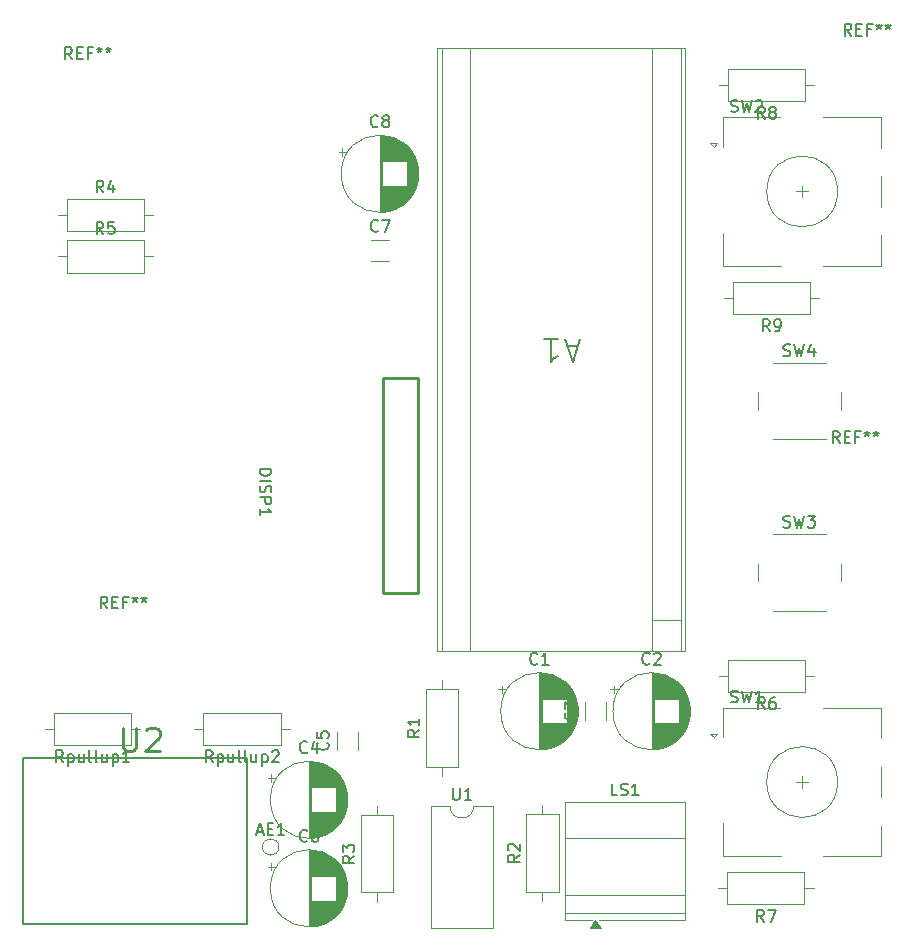
<source format=gbr>
%TF.GenerationSoftware,KiCad,Pcbnew,9.0.2*%
%TF.CreationDate,2025-07-11T11:45:56-07:00*%
%TF.ProjectId,Radio,52616469-6f2e-46b6-9963-61645f706362,1*%
%TF.SameCoordinates,Original*%
%TF.FileFunction,Legend,Top*%
%TF.FilePolarity,Positive*%
%FSLAX46Y46*%
G04 Gerber Fmt 4.6, Leading zero omitted, Abs format (unit mm)*
G04 Created by KiCad (PCBNEW 9.0.2) date 2025-07-11 11:45:56*
%MOMM*%
%LPD*%
G01*
G04 APERTURE LIST*
%ADD10C,0.150000*%
%ADD11C,0.250000*%
%ADD12C,0.120000*%
G04 APERTURE END LIST*
D10*
X190666666Y-54304819D02*
X190333333Y-53828628D01*
X190095238Y-54304819D02*
X190095238Y-53304819D01*
X190095238Y-53304819D02*
X190476190Y-53304819D01*
X190476190Y-53304819D02*
X190571428Y-53352438D01*
X190571428Y-53352438D02*
X190619047Y-53400057D01*
X190619047Y-53400057D02*
X190666666Y-53495295D01*
X190666666Y-53495295D02*
X190666666Y-53638152D01*
X190666666Y-53638152D02*
X190619047Y-53733390D01*
X190619047Y-53733390D02*
X190571428Y-53781009D01*
X190571428Y-53781009D02*
X190476190Y-53828628D01*
X190476190Y-53828628D02*
X190095238Y-53828628D01*
X191095238Y-53781009D02*
X191428571Y-53781009D01*
X191571428Y-54304819D02*
X191095238Y-54304819D01*
X191095238Y-54304819D02*
X191095238Y-53304819D01*
X191095238Y-53304819D02*
X191571428Y-53304819D01*
X192333333Y-53781009D02*
X192000000Y-53781009D01*
X192000000Y-54304819D02*
X192000000Y-53304819D01*
X192000000Y-53304819D02*
X192476190Y-53304819D01*
X193000000Y-53304819D02*
X193000000Y-53542914D01*
X192761905Y-53447676D02*
X193000000Y-53542914D01*
X193000000Y-53542914D02*
X193238095Y-53447676D01*
X192857143Y-53733390D02*
X193000000Y-53542914D01*
X193000000Y-53542914D02*
X193142857Y-53733390D01*
X193761905Y-53304819D02*
X193761905Y-53542914D01*
X193523810Y-53447676D02*
X193761905Y-53542914D01*
X193761905Y-53542914D02*
X194000000Y-53447676D01*
X193619048Y-53733390D02*
X193761905Y-53542914D01*
X193761905Y-53542914D02*
X193904762Y-53733390D01*
X127666666Y-102804819D02*
X127333333Y-102328628D01*
X127095238Y-102804819D02*
X127095238Y-101804819D01*
X127095238Y-101804819D02*
X127476190Y-101804819D01*
X127476190Y-101804819D02*
X127571428Y-101852438D01*
X127571428Y-101852438D02*
X127619047Y-101900057D01*
X127619047Y-101900057D02*
X127666666Y-101995295D01*
X127666666Y-101995295D02*
X127666666Y-102138152D01*
X127666666Y-102138152D02*
X127619047Y-102233390D01*
X127619047Y-102233390D02*
X127571428Y-102281009D01*
X127571428Y-102281009D02*
X127476190Y-102328628D01*
X127476190Y-102328628D02*
X127095238Y-102328628D01*
X128095238Y-102281009D02*
X128428571Y-102281009D01*
X128571428Y-102804819D02*
X128095238Y-102804819D01*
X128095238Y-102804819D02*
X128095238Y-101804819D01*
X128095238Y-101804819D02*
X128571428Y-101804819D01*
X129333333Y-102281009D02*
X129000000Y-102281009D01*
X129000000Y-102804819D02*
X129000000Y-101804819D01*
X129000000Y-101804819D02*
X129476190Y-101804819D01*
X130000000Y-101804819D02*
X130000000Y-102042914D01*
X129761905Y-101947676D02*
X130000000Y-102042914D01*
X130000000Y-102042914D02*
X130238095Y-101947676D01*
X129857143Y-102233390D02*
X130000000Y-102042914D01*
X130000000Y-102042914D02*
X130142857Y-102233390D01*
X130761905Y-101804819D02*
X130761905Y-102042914D01*
X130523810Y-101947676D02*
X130761905Y-102042914D01*
X130761905Y-102042914D02*
X131000000Y-101947676D01*
X130619048Y-102233390D02*
X130761905Y-102042914D01*
X130761905Y-102042914D02*
X130904762Y-102233390D01*
X189666666Y-88804819D02*
X189333333Y-88328628D01*
X189095238Y-88804819D02*
X189095238Y-87804819D01*
X189095238Y-87804819D02*
X189476190Y-87804819D01*
X189476190Y-87804819D02*
X189571428Y-87852438D01*
X189571428Y-87852438D02*
X189619047Y-87900057D01*
X189619047Y-87900057D02*
X189666666Y-87995295D01*
X189666666Y-87995295D02*
X189666666Y-88138152D01*
X189666666Y-88138152D02*
X189619047Y-88233390D01*
X189619047Y-88233390D02*
X189571428Y-88281009D01*
X189571428Y-88281009D02*
X189476190Y-88328628D01*
X189476190Y-88328628D02*
X189095238Y-88328628D01*
X190095238Y-88281009D02*
X190428571Y-88281009D01*
X190571428Y-88804819D02*
X190095238Y-88804819D01*
X190095238Y-88804819D02*
X190095238Y-87804819D01*
X190095238Y-87804819D02*
X190571428Y-87804819D01*
X191333333Y-88281009D02*
X191000000Y-88281009D01*
X191000000Y-88804819D02*
X191000000Y-87804819D01*
X191000000Y-87804819D02*
X191476190Y-87804819D01*
X192000000Y-87804819D02*
X192000000Y-88042914D01*
X191761905Y-87947676D02*
X192000000Y-88042914D01*
X192000000Y-88042914D02*
X192238095Y-87947676D01*
X191857143Y-88233390D02*
X192000000Y-88042914D01*
X192000000Y-88042914D02*
X192142857Y-88233390D01*
X192761905Y-87804819D02*
X192761905Y-88042914D01*
X192523810Y-87947676D02*
X192761905Y-88042914D01*
X192761905Y-88042914D02*
X193000000Y-87947676D01*
X192619048Y-88233390D02*
X192761905Y-88042914D01*
X192761905Y-88042914D02*
X192904762Y-88233390D01*
X124666666Y-56304819D02*
X124333333Y-55828628D01*
X124095238Y-56304819D02*
X124095238Y-55304819D01*
X124095238Y-55304819D02*
X124476190Y-55304819D01*
X124476190Y-55304819D02*
X124571428Y-55352438D01*
X124571428Y-55352438D02*
X124619047Y-55400057D01*
X124619047Y-55400057D02*
X124666666Y-55495295D01*
X124666666Y-55495295D02*
X124666666Y-55638152D01*
X124666666Y-55638152D02*
X124619047Y-55733390D01*
X124619047Y-55733390D02*
X124571428Y-55781009D01*
X124571428Y-55781009D02*
X124476190Y-55828628D01*
X124476190Y-55828628D02*
X124095238Y-55828628D01*
X125095238Y-55781009D02*
X125428571Y-55781009D01*
X125571428Y-56304819D02*
X125095238Y-56304819D01*
X125095238Y-56304819D02*
X125095238Y-55304819D01*
X125095238Y-55304819D02*
X125571428Y-55304819D01*
X126333333Y-55781009D02*
X126000000Y-55781009D01*
X126000000Y-56304819D02*
X126000000Y-55304819D01*
X126000000Y-55304819D02*
X126476190Y-55304819D01*
X127000000Y-55304819D02*
X127000000Y-55542914D01*
X126761905Y-55447676D02*
X127000000Y-55542914D01*
X127000000Y-55542914D02*
X127238095Y-55447676D01*
X126857143Y-55733390D02*
X127000000Y-55542914D01*
X127000000Y-55542914D02*
X127142857Y-55733390D01*
X127761905Y-55304819D02*
X127761905Y-55542914D01*
X127523810Y-55447676D02*
X127761905Y-55542914D01*
X127761905Y-55542914D02*
X128000000Y-55447676D01*
X127619048Y-55733390D02*
X127761905Y-55542914D01*
X127761905Y-55542914D02*
X127904762Y-55733390D01*
X173583333Y-107459580D02*
X173535714Y-107507200D01*
X173535714Y-107507200D02*
X173392857Y-107554819D01*
X173392857Y-107554819D02*
X173297619Y-107554819D01*
X173297619Y-107554819D02*
X173154762Y-107507200D01*
X173154762Y-107507200D02*
X173059524Y-107411961D01*
X173059524Y-107411961D02*
X173011905Y-107316723D01*
X173011905Y-107316723D02*
X172964286Y-107126247D01*
X172964286Y-107126247D02*
X172964286Y-106983390D01*
X172964286Y-106983390D02*
X173011905Y-106792914D01*
X173011905Y-106792914D02*
X173059524Y-106697676D01*
X173059524Y-106697676D02*
X173154762Y-106602438D01*
X173154762Y-106602438D02*
X173297619Y-106554819D01*
X173297619Y-106554819D02*
X173392857Y-106554819D01*
X173392857Y-106554819D02*
X173535714Y-106602438D01*
X173535714Y-106602438D02*
X173583333Y-106650057D01*
X173964286Y-106650057D02*
X174011905Y-106602438D01*
X174011905Y-106602438D02*
X174107143Y-106554819D01*
X174107143Y-106554819D02*
X174345238Y-106554819D01*
X174345238Y-106554819D02*
X174440476Y-106602438D01*
X174440476Y-106602438D02*
X174488095Y-106650057D01*
X174488095Y-106650057D02*
X174535714Y-106745295D01*
X174535714Y-106745295D02*
X174535714Y-106840533D01*
X174535714Y-106840533D02*
X174488095Y-106983390D01*
X174488095Y-106983390D02*
X173916667Y-107554819D01*
X173916667Y-107554819D02*
X174535714Y-107554819D01*
X170857142Y-118634819D02*
X170380952Y-118634819D01*
X170380952Y-118634819D02*
X170380952Y-117634819D01*
X171142857Y-118587200D02*
X171285714Y-118634819D01*
X171285714Y-118634819D02*
X171523809Y-118634819D01*
X171523809Y-118634819D02*
X171619047Y-118587200D01*
X171619047Y-118587200D02*
X171666666Y-118539580D01*
X171666666Y-118539580D02*
X171714285Y-118444342D01*
X171714285Y-118444342D02*
X171714285Y-118349104D01*
X171714285Y-118349104D02*
X171666666Y-118253866D01*
X171666666Y-118253866D02*
X171619047Y-118206247D01*
X171619047Y-118206247D02*
X171523809Y-118158628D01*
X171523809Y-118158628D02*
X171333333Y-118111009D01*
X171333333Y-118111009D02*
X171238095Y-118063390D01*
X171238095Y-118063390D02*
X171190476Y-118015771D01*
X171190476Y-118015771D02*
X171142857Y-117920533D01*
X171142857Y-117920533D02*
X171142857Y-117825295D01*
X171142857Y-117825295D02*
X171190476Y-117730057D01*
X171190476Y-117730057D02*
X171238095Y-117682438D01*
X171238095Y-117682438D02*
X171333333Y-117634819D01*
X171333333Y-117634819D02*
X171571428Y-117634819D01*
X171571428Y-117634819D02*
X171714285Y-117682438D01*
X172666666Y-118634819D02*
X172095238Y-118634819D01*
X172380952Y-118634819D02*
X172380952Y-117634819D01*
X172380952Y-117634819D02*
X172285714Y-117777676D01*
X172285714Y-117777676D02*
X172190476Y-117872914D01*
X172190476Y-117872914D02*
X172095238Y-117920533D01*
X123919999Y-115824819D02*
X123586666Y-115348628D01*
X123348571Y-115824819D02*
X123348571Y-114824819D01*
X123348571Y-114824819D02*
X123729523Y-114824819D01*
X123729523Y-114824819D02*
X123824761Y-114872438D01*
X123824761Y-114872438D02*
X123872380Y-114920057D01*
X123872380Y-114920057D02*
X123919999Y-115015295D01*
X123919999Y-115015295D02*
X123919999Y-115158152D01*
X123919999Y-115158152D02*
X123872380Y-115253390D01*
X123872380Y-115253390D02*
X123824761Y-115301009D01*
X123824761Y-115301009D02*
X123729523Y-115348628D01*
X123729523Y-115348628D02*
X123348571Y-115348628D01*
X124348571Y-115158152D02*
X124348571Y-116158152D01*
X124348571Y-115205771D02*
X124443809Y-115158152D01*
X124443809Y-115158152D02*
X124634285Y-115158152D01*
X124634285Y-115158152D02*
X124729523Y-115205771D01*
X124729523Y-115205771D02*
X124777142Y-115253390D01*
X124777142Y-115253390D02*
X124824761Y-115348628D01*
X124824761Y-115348628D02*
X124824761Y-115634342D01*
X124824761Y-115634342D02*
X124777142Y-115729580D01*
X124777142Y-115729580D02*
X124729523Y-115777200D01*
X124729523Y-115777200D02*
X124634285Y-115824819D01*
X124634285Y-115824819D02*
X124443809Y-115824819D01*
X124443809Y-115824819D02*
X124348571Y-115777200D01*
X125681904Y-115158152D02*
X125681904Y-115824819D01*
X125253333Y-115158152D02*
X125253333Y-115681961D01*
X125253333Y-115681961D02*
X125300952Y-115777200D01*
X125300952Y-115777200D02*
X125396190Y-115824819D01*
X125396190Y-115824819D02*
X125539047Y-115824819D01*
X125539047Y-115824819D02*
X125634285Y-115777200D01*
X125634285Y-115777200D02*
X125681904Y-115729580D01*
X126300952Y-115824819D02*
X126205714Y-115777200D01*
X126205714Y-115777200D02*
X126158095Y-115681961D01*
X126158095Y-115681961D02*
X126158095Y-114824819D01*
X126824762Y-115824819D02*
X126729524Y-115777200D01*
X126729524Y-115777200D02*
X126681905Y-115681961D01*
X126681905Y-115681961D02*
X126681905Y-114824819D01*
X127634286Y-115158152D02*
X127634286Y-115824819D01*
X127205715Y-115158152D02*
X127205715Y-115681961D01*
X127205715Y-115681961D02*
X127253334Y-115777200D01*
X127253334Y-115777200D02*
X127348572Y-115824819D01*
X127348572Y-115824819D02*
X127491429Y-115824819D01*
X127491429Y-115824819D02*
X127586667Y-115777200D01*
X127586667Y-115777200D02*
X127634286Y-115729580D01*
X128110477Y-115158152D02*
X128110477Y-116158152D01*
X128110477Y-115205771D02*
X128205715Y-115158152D01*
X128205715Y-115158152D02*
X128396191Y-115158152D01*
X128396191Y-115158152D02*
X128491429Y-115205771D01*
X128491429Y-115205771D02*
X128539048Y-115253390D01*
X128539048Y-115253390D02*
X128586667Y-115348628D01*
X128586667Y-115348628D02*
X128586667Y-115634342D01*
X128586667Y-115634342D02*
X128539048Y-115729580D01*
X128539048Y-115729580D02*
X128491429Y-115777200D01*
X128491429Y-115777200D02*
X128396191Y-115824819D01*
X128396191Y-115824819D02*
X128205715Y-115824819D01*
X128205715Y-115824819D02*
X128110477Y-115777200D01*
X129539048Y-115824819D02*
X128967620Y-115824819D01*
X129253334Y-115824819D02*
X129253334Y-114824819D01*
X129253334Y-114824819D02*
X129158096Y-114967676D01*
X129158096Y-114967676D02*
X129062858Y-115062914D01*
X129062858Y-115062914D02*
X128967620Y-115110533D01*
X127333333Y-67584819D02*
X127000000Y-67108628D01*
X126761905Y-67584819D02*
X126761905Y-66584819D01*
X126761905Y-66584819D02*
X127142857Y-66584819D01*
X127142857Y-66584819D02*
X127238095Y-66632438D01*
X127238095Y-66632438D02*
X127285714Y-66680057D01*
X127285714Y-66680057D02*
X127333333Y-66775295D01*
X127333333Y-66775295D02*
X127333333Y-66918152D01*
X127333333Y-66918152D02*
X127285714Y-67013390D01*
X127285714Y-67013390D02*
X127238095Y-67061009D01*
X127238095Y-67061009D02*
X127142857Y-67108628D01*
X127142857Y-67108628D02*
X126761905Y-67108628D01*
X128190476Y-66918152D02*
X128190476Y-67584819D01*
X127952381Y-66537200D02*
X127714286Y-67251485D01*
X127714286Y-67251485D02*
X128333333Y-67251485D01*
X144583333Y-114959580D02*
X144535714Y-115007200D01*
X144535714Y-115007200D02*
X144392857Y-115054819D01*
X144392857Y-115054819D02*
X144297619Y-115054819D01*
X144297619Y-115054819D02*
X144154762Y-115007200D01*
X144154762Y-115007200D02*
X144059524Y-114911961D01*
X144059524Y-114911961D02*
X144011905Y-114816723D01*
X144011905Y-114816723D02*
X143964286Y-114626247D01*
X143964286Y-114626247D02*
X143964286Y-114483390D01*
X143964286Y-114483390D02*
X144011905Y-114292914D01*
X144011905Y-114292914D02*
X144059524Y-114197676D01*
X144059524Y-114197676D02*
X144154762Y-114102438D01*
X144154762Y-114102438D02*
X144297619Y-114054819D01*
X144297619Y-114054819D02*
X144392857Y-114054819D01*
X144392857Y-114054819D02*
X144535714Y-114102438D01*
X144535714Y-114102438D02*
X144583333Y-114150057D01*
X145440476Y-114388152D02*
X145440476Y-115054819D01*
X145202381Y-114007200D02*
X144964286Y-114721485D01*
X144964286Y-114721485D02*
X145583333Y-114721485D01*
X162584819Y-123666666D02*
X162108628Y-123999999D01*
X162584819Y-124238094D02*
X161584819Y-124238094D01*
X161584819Y-124238094D02*
X161584819Y-123857142D01*
X161584819Y-123857142D02*
X161632438Y-123761904D01*
X161632438Y-123761904D02*
X161680057Y-123714285D01*
X161680057Y-123714285D02*
X161775295Y-123666666D01*
X161775295Y-123666666D02*
X161918152Y-123666666D01*
X161918152Y-123666666D02*
X162013390Y-123714285D01*
X162013390Y-123714285D02*
X162061009Y-123761904D01*
X162061009Y-123761904D02*
X162108628Y-123857142D01*
X162108628Y-123857142D02*
X162108628Y-124238094D01*
X161680057Y-123285713D02*
X161632438Y-123238094D01*
X161632438Y-123238094D02*
X161584819Y-123142856D01*
X161584819Y-123142856D02*
X161584819Y-122904761D01*
X161584819Y-122904761D02*
X161632438Y-122809523D01*
X161632438Y-122809523D02*
X161680057Y-122761904D01*
X161680057Y-122761904D02*
X161775295Y-122714285D01*
X161775295Y-122714285D02*
X161870533Y-122714285D01*
X161870533Y-122714285D02*
X162013390Y-122761904D01*
X162013390Y-122761904D02*
X162584819Y-123333332D01*
X162584819Y-123333332D02*
X162584819Y-122714285D01*
X184916667Y-95907200D02*
X185059524Y-95954819D01*
X185059524Y-95954819D02*
X185297619Y-95954819D01*
X185297619Y-95954819D02*
X185392857Y-95907200D01*
X185392857Y-95907200D02*
X185440476Y-95859580D01*
X185440476Y-95859580D02*
X185488095Y-95764342D01*
X185488095Y-95764342D02*
X185488095Y-95669104D01*
X185488095Y-95669104D02*
X185440476Y-95573866D01*
X185440476Y-95573866D02*
X185392857Y-95526247D01*
X185392857Y-95526247D02*
X185297619Y-95478628D01*
X185297619Y-95478628D02*
X185107143Y-95431009D01*
X185107143Y-95431009D02*
X185011905Y-95383390D01*
X185011905Y-95383390D02*
X184964286Y-95335771D01*
X184964286Y-95335771D02*
X184916667Y-95240533D01*
X184916667Y-95240533D02*
X184916667Y-95145295D01*
X184916667Y-95145295D02*
X184964286Y-95050057D01*
X184964286Y-95050057D02*
X185011905Y-95002438D01*
X185011905Y-95002438D02*
X185107143Y-94954819D01*
X185107143Y-94954819D02*
X185345238Y-94954819D01*
X185345238Y-94954819D02*
X185488095Y-95002438D01*
X185821429Y-94954819D02*
X186059524Y-95954819D01*
X186059524Y-95954819D02*
X186250000Y-95240533D01*
X186250000Y-95240533D02*
X186440476Y-95954819D01*
X186440476Y-95954819D02*
X186678572Y-94954819D01*
X186964286Y-94954819D02*
X187583333Y-94954819D01*
X187583333Y-94954819D02*
X187250000Y-95335771D01*
X187250000Y-95335771D02*
X187392857Y-95335771D01*
X187392857Y-95335771D02*
X187488095Y-95383390D01*
X187488095Y-95383390D02*
X187535714Y-95431009D01*
X187535714Y-95431009D02*
X187583333Y-95526247D01*
X187583333Y-95526247D02*
X187583333Y-95764342D01*
X187583333Y-95764342D02*
X187535714Y-95859580D01*
X187535714Y-95859580D02*
X187488095Y-95907200D01*
X187488095Y-95907200D02*
X187392857Y-95954819D01*
X187392857Y-95954819D02*
X187107143Y-95954819D01*
X187107143Y-95954819D02*
X187011905Y-95907200D01*
X187011905Y-95907200D02*
X186964286Y-95859580D01*
X127333333Y-71084819D02*
X127000000Y-70608628D01*
X126761905Y-71084819D02*
X126761905Y-70084819D01*
X126761905Y-70084819D02*
X127142857Y-70084819D01*
X127142857Y-70084819D02*
X127238095Y-70132438D01*
X127238095Y-70132438D02*
X127285714Y-70180057D01*
X127285714Y-70180057D02*
X127333333Y-70275295D01*
X127333333Y-70275295D02*
X127333333Y-70418152D01*
X127333333Y-70418152D02*
X127285714Y-70513390D01*
X127285714Y-70513390D02*
X127238095Y-70561009D01*
X127238095Y-70561009D02*
X127142857Y-70608628D01*
X127142857Y-70608628D02*
X126761905Y-70608628D01*
X128238095Y-70084819D02*
X127761905Y-70084819D01*
X127761905Y-70084819D02*
X127714286Y-70561009D01*
X127714286Y-70561009D02*
X127761905Y-70513390D01*
X127761905Y-70513390D02*
X127857143Y-70465771D01*
X127857143Y-70465771D02*
X128095238Y-70465771D01*
X128095238Y-70465771D02*
X128190476Y-70513390D01*
X128190476Y-70513390D02*
X128238095Y-70561009D01*
X128238095Y-70561009D02*
X128285714Y-70656247D01*
X128285714Y-70656247D02*
X128285714Y-70894342D01*
X128285714Y-70894342D02*
X128238095Y-70989580D01*
X128238095Y-70989580D02*
X128190476Y-71037200D01*
X128190476Y-71037200D02*
X128095238Y-71084819D01*
X128095238Y-71084819D02*
X127857143Y-71084819D01*
X127857143Y-71084819D02*
X127761905Y-71037200D01*
X127761905Y-71037200D02*
X127714286Y-70989580D01*
X183333333Y-111324819D02*
X183000000Y-110848628D01*
X182761905Y-111324819D02*
X182761905Y-110324819D01*
X182761905Y-110324819D02*
X183142857Y-110324819D01*
X183142857Y-110324819D02*
X183238095Y-110372438D01*
X183238095Y-110372438D02*
X183285714Y-110420057D01*
X183285714Y-110420057D02*
X183333333Y-110515295D01*
X183333333Y-110515295D02*
X183333333Y-110658152D01*
X183333333Y-110658152D02*
X183285714Y-110753390D01*
X183285714Y-110753390D02*
X183238095Y-110801009D01*
X183238095Y-110801009D02*
X183142857Y-110848628D01*
X183142857Y-110848628D02*
X182761905Y-110848628D01*
X184190476Y-110324819D02*
X184000000Y-110324819D01*
X184000000Y-110324819D02*
X183904762Y-110372438D01*
X183904762Y-110372438D02*
X183857143Y-110420057D01*
X183857143Y-110420057D02*
X183761905Y-110562914D01*
X183761905Y-110562914D02*
X183714286Y-110753390D01*
X183714286Y-110753390D02*
X183714286Y-111134342D01*
X183714286Y-111134342D02*
X183761905Y-111229580D01*
X183761905Y-111229580D02*
X183809524Y-111277200D01*
X183809524Y-111277200D02*
X183904762Y-111324819D01*
X183904762Y-111324819D02*
X184095238Y-111324819D01*
X184095238Y-111324819D02*
X184190476Y-111277200D01*
X184190476Y-111277200D02*
X184238095Y-111229580D01*
X184238095Y-111229580D02*
X184285714Y-111134342D01*
X184285714Y-111134342D02*
X184285714Y-110896247D01*
X184285714Y-110896247D02*
X184238095Y-110801009D01*
X184238095Y-110801009D02*
X184190476Y-110753390D01*
X184190476Y-110753390D02*
X184095238Y-110705771D01*
X184095238Y-110705771D02*
X183904762Y-110705771D01*
X183904762Y-110705771D02*
X183809524Y-110753390D01*
X183809524Y-110753390D02*
X183761905Y-110801009D01*
X183761905Y-110801009D02*
X183714286Y-110896247D01*
X154084819Y-113086666D02*
X153608628Y-113419999D01*
X154084819Y-113658094D02*
X153084819Y-113658094D01*
X153084819Y-113658094D02*
X153084819Y-113277142D01*
X153084819Y-113277142D02*
X153132438Y-113181904D01*
X153132438Y-113181904D02*
X153180057Y-113134285D01*
X153180057Y-113134285D02*
X153275295Y-113086666D01*
X153275295Y-113086666D02*
X153418152Y-113086666D01*
X153418152Y-113086666D02*
X153513390Y-113134285D01*
X153513390Y-113134285D02*
X153561009Y-113181904D01*
X153561009Y-113181904D02*
X153608628Y-113277142D01*
X153608628Y-113277142D02*
X153608628Y-113658094D01*
X154084819Y-112134285D02*
X154084819Y-112705713D01*
X154084819Y-112419999D02*
X153084819Y-112419999D01*
X153084819Y-112419999D02*
X153227676Y-112515237D01*
X153227676Y-112515237D02*
X153322914Y-112610475D01*
X153322914Y-112610475D02*
X153370533Y-112705713D01*
X150583333Y-70809580D02*
X150535714Y-70857200D01*
X150535714Y-70857200D02*
X150392857Y-70904819D01*
X150392857Y-70904819D02*
X150297619Y-70904819D01*
X150297619Y-70904819D02*
X150154762Y-70857200D01*
X150154762Y-70857200D02*
X150059524Y-70761961D01*
X150059524Y-70761961D02*
X150011905Y-70666723D01*
X150011905Y-70666723D02*
X149964286Y-70476247D01*
X149964286Y-70476247D02*
X149964286Y-70333390D01*
X149964286Y-70333390D02*
X150011905Y-70142914D01*
X150011905Y-70142914D02*
X150059524Y-70047676D01*
X150059524Y-70047676D02*
X150154762Y-69952438D01*
X150154762Y-69952438D02*
X150297619Y-69904819D01*
X150297619Y-69904819D02*
X150392857Y-69904819D01*
X150392857Y-69904819D02*
X150535714Y-69952438D01*
X150535714Y-69952438D02*
X150583333Y-70000057D01*
X150916667Y-69904819D02*
X151583333Y-69904819D01*
X151583333Y-69904819D02*
X151154762Y-70904819D01*
X140333333Y-121721104D02*
X140809523Y-121721104D01*
X140238095Y-122006819D02*
X140571428Y-121006819D01*
X140571428Y-121006819D02*
X140904761Y-122006819D01*
X141238095Y-121483009D02*
X141571428Y-121483009D01*
X141714285Y-122006819D02*
X141238095Y-122006819D01*
X141238095Y-122006819D02*
X141238095Y-121006819D01*
X141238095Y-121006819D02*
X141714285Y-121006819D01*
X142666666Y-122006819D02*
X142095238Y-122006819D01*
X142380952Y-122006819D02*
X142380952Y-121006819D01*
X142380952Y-121006819D02*
X142285714Y-121149676D01*
X142285714Y-121149676D02*
X142190476Y-121244914D01*
X142190476Y-121244914D02*
X142095238Y-121292533D01*
D11*
X128976190Y-112912238D02*
X128976190Y-114531285D01*
X128976190Y-114531285D02*
X129071428Y-114721761D01*
X129071428Y-114721761D02*
X129166666Y-114817000D01*
X129166666Y-114817000D02*
X129357142Y-114912238D01*
X129357142Y-114912238D02*
X129738095Y-114912238D01*
X129738095Y-114912238D02*
X129928571Y-114817000D01*
X129928571Y-114817000D02*
X130023809Y-114721761D01*
X130023809Y-114721761D02*
X130119047Y-114531285D01*
X130119047Y-114531285D02*
X130119047Y-112912238D01*
X130976190Y-113102714D02*
X131071428Y-113007476D01*
X131071428Y-113007476D02*
X131261904Y-112912238D01*
X131261904Y-112912238D02*
X131738095Y-112912238D01*
X131738095Y-112912238D02*
X131928571Y-113007476D01*
X131928571Y-113007476D02*
X132023809Y-113102714D01*
X132023809Y-113102714D02*
X132119047Y-113293190D01*
X132119047Y-113293190D02*
X132119047Y-113483666D01*
X132119047Y-113483666D02*
X132023809Y-113769380D01*
X132023809Y-113769380D02*
X130880952Y-114912238D01*
X130880952Y-114912238D02*
X132119047Y-114912238D01*
D10*
X136579999Y-115824819D02*
X136246666Y-115348628D01*
X136008571Y-115824819D02*
X136008571Y-114824819D01*
X136008571Y-114824819D02*
X136389523Y-114824819D01*
X136389523Y-114824819D02*
X136484761Y-114872438D01*
X136484761Y-114872438D02*
X136532380Y-114920057D01*
X136532380Y-114920057D02*
X136579999Y-115015295D01*
X136579999Y-115015295D02*
X136579999Y-115158152D01*
X136579999Y-115158152D02*
X136532380Y-115253390D01*
X136532380Y-115253390D02*
X136484761Y-115301009D01*
X136484761Y-115301009D02*
X136389523Y-115348628D01*
X136389523Y-115348628D02*
X136008571Y-115348628D01*
X137008571Y-115158152D02*
X137008571Y-116158152D01*
X137008571Y-115205771D02*
X137103809Y-115158152D01*
X137103809Y-115158152D02*
X137294285Y-115158152D01*
X137294285Y-115158152D02*
X137389523Y-115205771D01*
X137389523Y-115205771D02*
X137437142Y-115253390D01*
X137437142Y-115253390D02*
X137484761Y-115348628D01*
X137484761Y-115348628D02*
X137484761Y-115634342D01*
X137484761Y-115634342D02*
X137437142Y-115729580D01*
X137437142Y-115729580D02*
X137389523Y-115777200D01*
X137389523Y-115777200D02*
X137294285Y-115824819D01*
X137294285Y-115824819D02*
X137103809Y-115824819D01*
X137103809Y-115824819D02*
X137008571Y-115777200D01*
X138341904Y-115158152D02*
X138341904Y-115824819D01*
X137913333Y-115158152D02*
X137913333Y-115681961D01*
X137913333Y-115681961D02*
X137960952Y-115777200D01*
X137960952Y-115777200D02*
X138056190Y-115824819D01*
X138056190Y-115824819D02*
X138199047Y-115824819D01*
X138199047Y-115824819D02*
X138294285Y-115777200D01*
X138294285Y-115777200D02*
X138341904Y-115729580D01*
X138960952Y-115824819D02*
X138865714Y-115777200D01*
X138865714Y-115777200D02*
X138818095Y-115681961D01*
X138818095Y-115681961D02*
X138818095Y-114824819D01*
X139484762Y-115824819D02*
X139389524Y-115777200D01*
X139389524Y-115777200D02*
X139341905Y-115681961D01*
X139341905Y-115681961D02*
X139341905Y-114824819D01*
X140294286Y-115158152D02*
X140294286Y-115824819D01*
X139865715Y-115158152D02*
X139865715Y-115681961D01*
X139865715Y-115681961D02*
X139913334Y-115777200D01*
X139913334Y-115777200D02*
X140008572Y-115824819D01*
X140008572Y-115824819D02*
X140151429Y-115824819D01*
X140151429Y-115824819D02*
X140246667Y-115777200D01*
X140246667Y-115777200D02*
X140294286Y-115729580D01*
X140770477Y-115158152D02*
X140770477Y-116158152D01*
X140770477Y-115205771D02*
X140865715Y-115158152D01*
X140865715Y-115158152D02*
X141056191Y-115158152D01*
X141056191Y-115158152D02*
X141151429Y-115205771D01*
X141151429Y-115205771D02*
X141199048Y-115253390D01*
X141199048Y-115253390D02*
X141246667Y-115348628D01*
X141246667Y-115348628D02*
X141246667Y-115634342D01*
X141246667Y-115634342D02*
X141199048Y-115729580D01*
X141199048Y-115729580D02*
X141151429Y-115777200D01*
X141151429Y-115777200D02*
X141056191Y-115824819D01*
X141056191Y-115824819D02*
X140865715Y-115824819D01*
X140865715Y-115824819D02*
X140770477Y-115777200D01*
X141627620Y-114920057D02*
X141675239Y-114872438D01*
X141675239Y-114872438D02*
X141770477Y-114824819D01*
X141770477Y-114824819D02*
X142008572Y-114824819D01*
X142008572Y-114824819D02*
X142103810Y-114872438D01*
X142103810Y-114872438D02*
X142151429Y-114920057D01*
X142151429Y-114920057D02*
X142199048Y-115015295D01*
X142199048Y-115015295D02*
X142199048Y-115110533D01*
X142199048Y-115110533D02*
X142151429Y-115253390D01*
X142151429Y-115253390D02*
X141580001Y-115824819D01*
X141580001Y-115824819D02*
X142199048Y-115824819D01*
X156928095Y-118004819D02*
X156928095Y-118814342D01*
X156928095Y-118814342D02*
X156975714Y-118909580D01*
X156975714Y-118909580D02*
X157023333Y-118957200D01*
X157023333Y-118957200D02*
X157118571Y-119004819D01*
X157118571Y-119004819D02*
X157309047Y-119004819D01*
X157309047Y-119004819D02*
X157404285Y-118957200D01*
X157404285Y-118957200D02*
X157451904Y-118909580D01*
X157451904Y-118909580D02*
X157499523Y-118814342D01*
X157499523Y-118814342D02*
X157499523Y-118004819D01*
X158499523Y-119004819D02*
X157928095Y-119004819D01*
X158213809Y-119004819D02*
X158213809Y-118004819D01*
X158213809Y-118004819D02*
X158118571Y-118147676D01*
X158118571Y-118147676D02*
X158023333Y-118242914D01*
X158023333Y-118242914D02*
X157928095Y-118290533D01*
X146309580Y-114166666D02*
X146357200Y-114214285D01*
X146357200Y-114214285D02*
X146404819Y-114357142D01*
X146404819Y-114357142D02*
X146404819Y-114452380D01*
X146404819Y-114452380D02*
X146357200Y-114595237D01*
X146357200Y-114595237D02*
X146261961Y-114690475D01*
X146261961Y-114690475D02*
X146166723Y-114738094D01*
X146166723Y-114738094D02*
X145976247Y-114785713D01*
X145976247Y-114785713D02*
X145833390Y-114785713D01*
X145833390Y-114785713D02*
X145642914Y-114738094D01*
X145642914Y-114738094D02*
X145547676Y-114690475D01*
X145547676Y-114690475D02*
X145452438Y-114595237D01*
X145452438Y-114595237D02*
X145404819Y-114452380D01*
X145404819Y-114452380D02*
X145404819Y-114357142D01*
X145404819Y-114357142D02*
X145452438Y-114214285D01*
X145452438Y-114214285D02*
X145500057Y-114166666D01*
X145404819Y-113261904D02*
X145404819Y-113738094D01*
X145404819Y-113738094D02*
X145881009Y-113785713D01*
X145881009Y-113785713D02*
X145833390Y-113738094D01*
X145833390Y-113738094D02*
X145785771Y-113642856D01*
X145785771Y-113642856D02*
X145785771Y-113404761D01*
X145785771Y-113404761D02*
X145833390Y-113309523D01*
X145833390Y-113309523D02*
X145881009Y-113261904D01*
X145881009Y-113261904D02*
X145976247Y-113214285D01*
X145976247Y-113214285D02*
X146214342Y-113214285D01*
X146214342Y-113214285D02*
X146309580Y-113261904D01*
X146309580Y-113261904D02*
X146357200Y-113309523D01*
X146357200Y-113309523D02*
X146404819Y-113404761D01*
X146404819Y-113404761D02*
X146404819Y-113642856D01*
X146404819Y-113642856D02*
X146357200Y-113738094D01*
X146357200Y-113738094D02*
X146309580Y-113785713D01*
X180466667Y-60707200D02*
X180609524Y-60754819D01*
X180609524Y-60754819D02*
X180847619Y-60754819D01*
X180847619Y-60754819D02*
X180942857Y-60707200D01*
X180942857Y-60707200D02*
X180990476Y-60659580D01*
X180990476Y-60659580D02*
X181038095Y-60564342D01*
X181038095Y-60564342D02*
X181038095Y-60469104D01*
X181038095Y-60469104D02*
X180990476Y-60373866D01*
X180990476Y-60373866D02*
X180942857Y-60326247D01*
X180942857Y-60326247D02*
X180847619Y-60278628D01*
X180847619Y-60278628D02*
X180657143Y-60231009D01*
X180657143Y-60231009D02*
X180561905Y-60183390D01*
X180561905Y-60183390D02*
X180514286Y-60135771D01*
X180514286Y-60135771D02*
X180466667Y-60040533D01*
X180466667Y-60040533D02*
X180466667Y-59945295D01*
X180466667Y-59945295D02*
X180514286Y-59850057D01*
X180514286Y-59850057D02*
X180561905Y-59802438D01*
X180561905Y-59802438D02*
X180657143Y-59754819D01*
X180657143Y-59754819D02*
X180895238Y-59754819D01*
X180895238Y-59754819D02*
X181038095Y-59802438D01*
X181371429Y-59754819D02*
X181609524Y-60754819D01*
X181609524Y-60754819D02*
X181800000Y-60040533D01*
X181800000Y-60040533D02*
X181990476Y-60754819D01*
X181990476Y-60754819D02*
X182228572Y-59754819D01*
X182561905Y-59850057D02*
X182609524Y-59802438D01*
X182609524Y-59802438D02*
X182704762Y-59754819D01*
X182704762Y-59754819D02*
X182942857Y-59754819D01*
X182942857Y-59754819D02*
X183038095Y-59802438D01*
X183038095Y-59802438D02*
X183085714Y-59850057D01*
X183085714Y-59850057D02*
X183133333Y-59945295D01*
X183133333Y-59945295D02*
X183133333Y-60040533D01*
X183133333Y-60040533D02*
X183085714Y-60183390D01*
X183085714Y-60183390D02*
X182514286Y-60754819D01*
X182514286Y-60754819D02*
X183133333Y-60754819D01*
X140555180Y-90977619D02*
X141555180Y-90977619D01*
X141555180Y-90977619D02*
X141555180Y-91215714D01*
X141555180Y-91215714D02*
X141507561Y-91358571D01*
X141507561Y-91358571D02*
X141412323Y-91453809D01*
X141412323Y-91453809D02*
X141317085Y-91501428D01*
X141317085Y-91501428D02*
X141126609Y-91549047D01*
X141126609Y-91549047D02*
X140983752Y-91549047D01*
X140983752Y-91549047D02*
X140793276Y-91501428D01*
X140793276Y-91501428D02*
X140698038Y-91453809D01*
X140698038Y-91453809D02*
X140602800Y-91358571D01*
X140602800Y-91358571D02*
X140555180Y-91215714D01*
X140555180Y-91215714D02*
X140555180Y-90977619D01*
X140555180Y-91977619D02*
X141555180Y-91977619D01*
X140602800Y-92406190D02*
X140555180Y-92549047D01*
X140555180Y-92549047D02*
X140555180Y-92787142D01*
X140555180Y-92787142D02*
X140602800Y-92882380D01*
X140602800Y-92882380D02*
X140650419Y-92929999D01*
X140650419Y-92929999D02*
X140745657Y-92977618D01*
X140745657Y-92977618D02*
X140840895Y-92977618D01*
X140840895Y-92977618D02*
X140936133Y-92929999D01*
X140936133Y-92929999D02*
X140983752Y-92882380D01*
X140983752Y-92882380D02*
X141031371Y-92787142D01*
X141031371Y-92787142D02*
X141078990Y-92596666D01*
X141078990Y-92596666D02*
X141126609Y-92501428D01*
X141126609Y-92501428D02*
X141174228Y-92453809D01*
X141174228Y-92453809D02*
X141269466Y-92406190D01*
X141269466Y-92406190D02*
X141364704Y-92406190D01*
X141364704Y-92406190D02*
X141459942Y-92453809D01*
X141459942Y-92453809D02*
X141507561Y-92501428D01*
X141507561Y-92501428D02*
X141555180Y-92596666D01*
X141555180Y-92596666D02*
X141555180Y-92834761D01*
X141555180Y-92834761D02*
X141507561Y-92977618D01*
X140555180Y-93406190D02*
X141555180Y-93406190D01*
X141555180Y-93406190D02*
X141555180Y-93787142D01*
X141555180Y-93787142D02*
X141507561Y-93882380D01*
X141507561Y-93882380D02*
X141459942Y-93929999D01*
X141459942Y-93929999D02*
X141364704Y-93977618D01*
X141364704Y-93977618D02*
X141221847Y-93977618D01*
X141221847Y-93977618D02*
X141126609Y-93929999D01*
X141126609Y-93929999D02*
X141078990Y-93882380D01*
X141078990Y-93882380D02*
X141031371Y-93787142D01*
X141031371Y-93787142D02*
X141031371Y-93406190D01*
X140555180Y-94929999D02*
X140555180Y-94358571D01*
X140555180Y-94644285D02*
X141555180Y-94644285D01*
X141555180Y-94644285D02*
X141412323Y-94549047D01*
X141412323Y-94549047D02*
X141317085Y-94453809D01*
X141317085Y-94453809D02*
X141269466Y-94358571D01*
X144583333Y-122459580D02*
X144535714Y-122507200D01*
X144535714Y-122507200D02*
X144392857Y-122554819D01*
X144392857Y-122554819D02*
X144297619Y-122554819D01*
X144297619Y-122554819D02*
X144154762Y-122507200D01*
X144154762Y-122507200D02*
X144059524Y-122411961D01*
X144059524Y-122411961D02*
X144011905Y-122316723D01*
X144011905Y-122316723D02*
X143964286Y-122126247D01*
X143964286Y-122126247D02*
X143964286Y-121983390D01*
X143964286Y-121983390D02*
X144011905Y-121792914D01*
X144011905Y-121792914D02*
X144059524Y-121697676D01*
X144059524Y-121697676D02*
X144154762Y-121602438D01*
X144154762Y-121602438D02*
X144297619Y-121554819D01*
X144297619Y-121554819D02*
X144392857Y-121554819D01*
X144392857Y-121554819D02*
X144535714Y-121602438D01*
X144535714Y-121602438D02*
X144583333Y-121650057D01*
X145440476Y-121554819D02*
X145250000Y-121554819D01*
X145250000Y-121554819D02*
X145154762Y-121602438D01*
X145154762Y-121602438D02*
X145107143Y-121650057D01*
X145107143Y-121650057D02*
X145011905Y-121792914D01*
X145011905Y-121792914D02*
X144964286Y-121983390D01*
X144964286Y-121983390D02*
X144964286Y-122364342D01*
X144964286Y-122364342D02*
X145011905Y-122459580D01*
X145011905Y-122459580D02*
X145059524Y-122507200D01*
X145059524Y-122507200D02*
X145154762Y-122554819D01*
X145154762Y-122554819D02*
X145345238Y-122554819D01*
X145345238Y-122554819D02*
X145440476Y-122507200D01*
X145440476Y-122507200D02*
X145488095Y-122459580D01*
X145488095Y-122459580D02*
X145535714Y-122364342D01*
X145535714Y-122364342D02*
X145535714Y-122126247D01*
X145535714Y-122126247D02*
X145488095Y-122031009D01*
X145488095Y-122031009D02*
X145440476Y-121983390D01*
X145440476Y-121983390D02*
X145345238Y-121935771D01*
X145345238Y-121935771D02*
X145154762Y-121935771D01*
X145154762Y-121935771D02*
X145059524Y-121983390D01*
X145059524Y-121983390D02*
X145011905Y-122031009D01*
X145011905Y-122031009D02*
X144964286Y-122126247D01*
X183753333Y-79324819D02*
X183420000Y-78848628D01*
X183181905Y-79324819D02*
X183181905Y-78324819D01*
X183181905Y-78324819D02*
X183562857Y-78324819D01*
X183562857Y-78324819D02*
X183658095Y-78372438D01*
X183658095Y-78372438D02*
X183705714Y-78420057D01*
X183705714Y-78420057D02*
X183753333Y-78515295D01*
X183753333Y-78515295D02*
X183753333Y-78658152D01*
X183753333Y-78658152D02*
X183705714Y-78753390D01*
X183705714Y-78753390D02*
X183658095Y-78801009D01*
X183658095Y-78801009D02*
X183562857Y-78848628D01*
X183562857Y-78848628D02*
X183181905Y-78848628D01*
X184229524Y-79324819D02*
X184420000Y-79324819D01*
X184420000Y-79324819D02*
X184515238Y-79277200D01*
X184515238Y-79277200D02*
X184562857Y-79229580D01*
X184562857Y-79229580D02*
X184658095Y-79086723D01*
X184658095Y-79086723D02*
X184705714Y-78896247D01*
X184705714Y-78896247D02*
X184705714Y-78515295D01*
X184705714Y-78515295D02*
X184658095Y-78420057D01*
X184658095Y-78420057D02*
X184610476Y-78372438D01*
X184610476Y-78372438D02*
X184515238Y-78324819D01*
X184515238Y-78324819D02*
X184324762Y-78324819D01*
X184324762Y-78324819D02*
X184229524Y-78372438D01*
X184229524Y-78372438D02*
X184181905Y-78420057D01*
X184181905Y-78420057D02*
X184134286Y-78515295D01*
X184134286Y-78515295D02*
X184134286Y-78753390D01*
X184134286Y-78753390D02*
X184181905Y-78848628D01*
X184181905Y-78848628D02*
X184229524Y-78896247D01*
X184229524Y-78896247D02*
X184324762Y-78943866D01*
X184324762Y-78943866D02*
X184515238Y-78943866D01*
X184515238Y-78943866D02*
X184610476Y-78896247D01*
X184610476Y-78896247D02*
X184658095Y-78848628D01*
X184658095Y-78848628D02*
X184705714Y-78753390D01*
X167538571Y-80543990D02*
X166586190Y-80543990D01*
X167729047Y-79972561D02*
X167062381Y-81972561D01*
X167062381Y-81972561D02*
X166395714Y-79972561D01*
X164681428Y-79972561D02*
X165824285Y-79972561D01*
X165252857Y-79972561D02*
X165252857Y-81972561D01*
X165252857Y-81972561D02*
X165443333Y-81686847D01*
X165443333Y-81686847D02*
X165633809Y-81496371D01*
X165633809Y-81496371D02*
X165824285Y-81401133D01*
X164083333Y-107459580D02*
X164035714Y-107507200D01*
X164035714Y-107507200D02*
X163892857Y-107554819D01*
X163892857Y-107554819D02*
X163797619Y-107554819D01*
X163797619Y-107554819D02*
X163654762Y-107507200D01*
X163654762Y-107507200D02*
X163559524Y-107411961D01*
X163559524Y-107411961D02*
X163511905Y-107316723D01*
X163511905Y-107316723D02*
X163464286Y-107126247D01*
X163464286Y-107126247D02*
X163464286Y-106983390D01*
X163464286Y-106983390D02*
X163511905Y-106792914D01*
X163511905Y-106792914D02*
X163559524Y-106697676D01*
X163559524Y-106697676D02*
X163654762Y-106602438D01*
X163654762Y-106602438D02*
X163797619Y-106554819D01*
X163797619Y-106554819D02*
X163892857Y-106554819D01*
X163892857Y-106554819D02*
X164035714Y-106602438D01*
X164035714Y-106602438D02*
X164083333Y-106650057D01*
X165035714Y-107554819D02*
X164464286Y-107554819D01*
X164750000Y-107554819D02*
X164750000Y-106554819D01*
X164750000Y-106554819D02*
X164654762Y-106697676D01*
X164654762Y-106697676D02*
X164559524Y-106792914D01*
X164559524Y-106792914D02*
X164464286Y-106840533D01*
X148584819Y-123746666D02*
X148108628Y-124079999D01*
X148584819Y-124318094D02*
X147584819Y-124318094D01*
X147584819Y-124318094D02*
X147584819Y-123937142D01*
X147584819Y-123937142D02*
X147632438Y-123841904D01*
X147632438Y-123841904D02*
X147680057Y-123794285D01*
X147680057Y-123794285D02*
X147775295Y-123746666D01*
X147775295Y-123746666D02*
X147918152Y-123746666D01*
X147918152Y-123746666D02*
X148013390Y-123794285D01*
X148013390Y-123794285D02*
X148061009Y-123841904D01*
X148061009Y-123841904D02*
X148108628Y-123937142D01*
X148108628Y-123937142D02*
X148108628Y-124318094D01*
X147584819Y-123413332D02*
X147584819Y-122794285D01*
X147584819Y-122794285D02*
X147965771Y-123127618D01*
X147965771Y-123127618D02*
X147965771Y-122984761D01*
X147965771Y-122984761D02*
X148013390Y-122889523D01*
X148013390Y-122889523D02*
X148061009Y-122841904D01*
X148061009Y-122841904D02*
X148156247Y-122794285D01*
X148156247Y-122794285D02*
X148394342Y-122794285D01*
X148394342Y-122794285D02*
X148489580Y-122841904D01*
X148489580Y-122841904D02*
X148537200Y-122889523D01*
X148537200Y-122889523D02*
X148584819Y-122984761D01*
X148584819Y-122984761D02*
X148584819Y-123270475D01*
X148584819Y-123270475D02*
X148537200Y-123365713D01*
X148537200Y-123365713D02*
X148489580Y-123413332D01*
X184916667Y-81407200D02*
X185059524Y-81454819D01*
X185059524Y-81454819D02*
X185297619Y-81454819D01*
X185297619Y-81454819D02*
X185392857Y-81407200D01*
X185392857Y-81407200D02*
X185440476Y-81359580D01*
X185440476Y-81359580D02*
X185488095Y-81264342D01*
X185488095Y-81264342D02*
X185488095Y-81169104D01*
X185488095Y-81169104D02*
X185440476Y-81073866D01*
X185440476Y-81073866D02*
X185392857Y-81026247D01*
X185392857Y-81026247D02*
X185297619Y-80978628D01*
X185297619Y-80978628D02*
X185107143Y-80931009D01*
X185107143Y-80931009D02*
X185011905Y-80883390D01*
X185011905Y-80883390D02*
X184964286Y-80835771D01*
X184964286Y-80835771D02*
X184916667Y-80740533D01*
X184916667Y-80740533D02*
X184916667Y-80645295D01*
X184916667Y-80645295D02*
X184964286Y-80550057D01*
X184964286Y-80550057D02*
X185011905Y-80502438D01*
X185011905Y-80502438D02*
X185107143Y-80454819D01*
X185107143Y-80454819D02*
X185345238Y-80454819D01*
X185345238Y-80454819D02*
X185488095Y-80502438D01*
X185821429Y-80454819D02*
X186059524Y-81454819D01*
X186059524Y-81454819D02*
X186250000Y-80740533D01*
X186250000Y-80740533D02*
X186440476Y-81454819D01*
X186440476Y-81454819D02*
X186678572Y-80454819D01*
X187488095Y-80788152D02*
X187488095Y-81454819D01*
X187250000Y-80407200D02*
X187011905Y-81121485D01*
X187011905Y-81121485D02*
X187630952Y-81121485D01*
X183253333Y-129324819D02*
X182920000Y-128848628D01*
X182681905Y-129324819D02*
X182681905Y-128324819D01*
X182681905Y-128324819D02*
X183062857Y-128324819D01*
X183062857Y-128324819D02*
X183158095Y-128372438D01*
X183158095Y-128372438D02*
X183205714Y-128420057D01*
X183205714Y-128420057D02*
X183253333Y-128515295D01*
X183253333Y-128515295D02*
X183253333Y-128658152D01*
X183253333Y-128658152D02*
X183205714Y-128753390D01*
X183205714Y-128753390D02*
X183158095Y-128801009D01*
X183158095Y-128801009D02*
X183062857Y-128848628D01*
X183062857Y-128848628D02*
X182681905Y-128848628D01*
X183586667Y-128324819D02*
X184253333Y-128324819D01*
X184253333Y-128324819D02*
X183824762Y-129324819D01*
X180466667Y-110707200D02*
X180609524Y-110754819D01*
X180609524Y-110754819D02*
X180847619Y-110754819D01*
X180847619Y-110754819D02*
X180942857Y-110707200D01*
X180942857Y-110707200D02*
X180990476Y-110659580D01*
X180990476Y-110659580D02*
X181038095Y-110564342D01*
X181038095Y-110564342D02*
X181038095Y-110469104D01*
X181038095Y-110469104D02*
X180990476Y-110373866D01*
X180990476Y-110373866D02*
X180942857Y-110326247D01*
X180942857Y-110326247D02*
X180847619Y-110278628D01*
X180847619Y-110278628D02*
X180657143Y-110231009D01*
X180657143Y-110231009D02*
X180561905Y-110183390D01*
X180561905Y-110183390D02*
X180514286Y-110135771D01*
X180514286Y-110135771D02*
X180466667Y-110040533D01*
X180466667Y-110040533D02*
X180466667Y-109945295D01*
X180466667Y-109945295D02*
X180514286Y-109850057D01*
X180514286Y-109850057D02*
X180561905Y-109802438D01*
X180561905Y-109802438D02*
X180657143Y-109754819D01*
X180657143Y-109754819D02*
X180895238Y-109754819D01*
X180895238Y-109754819D02*
X181038095Y-109802438D01*
X181371429Y-109754819D02*
X181609524Y-110754819D01*
X181609524Y-110754819D02*
X181800000Y-110040533D01*
X181800000Y-110040533D02*
X181990476Y-110754819D01*
X181990476Y-110754819D02*
X182228572Y-109754819D01*
X183133333Y-110754819D02*
X182561905Y-110754819D01*
X182847619Y-110754819D02*
X182847619Y-109754819D01*
X182847619Y-109754819D02*
X182752381Y-109897676D01*
X182752381Y-109897676D02*
X182657143Y-109992914D01*
X182657143Y-109992914D02*
X182561905Y-110040533D01*
X183333333Y-61324819D02*
X183000000Y-60848628D01*
X182761905Y-61324819D02*
X182761905Y-60324819D01*
X182761905Y-60324819D02*
X183142857Y-60324819D01*
X183142857Y-60324819D02*
X183238095Y-60372438D01*
X183238095Y-60372438D02*
X183285714Y-60420057D01*
X183285714Y-60420057D02*
X183333333Y-60515295D01*
X183333333Y-60515295D02*
X183333333Y-60658152D01*
X183333333Y-60658152D02*
X183285714Y-60753390D01*
X183285714Y-60753390D02*
X183238095Y-60801009D01*
X183238095Y-60801009D02*
X183142857Y-60848628D01*
X183142857Y-60848628D02*
X182761905Y-60848628D01*
X183904762Y-60753390D02*
X183809524Y-60705771D01*
X183809524Y-60705771D02*
X183761905Y-60658152D01*
X183761905Y-60658152D02*
X183714286Y-60562914D01*
X183714286Y-60562914D02*
X183714286Y-60515295D01*
X183714286Y-60515295D02*
X183761905Y-60420057D01*
X183761905Y-60420057D02*
X183809524Y-60372438D01*
X183809524Y-60372438D02*
X183904762Y-60324819D01*
X183904762Y-60324819D02*
X184095238Y-60324819D01*
X184095238Y-60324819D02*
X184190476Y-60372438D01*
X184190476Y-60372438D02*
X184238095Y-60420057D01*
X184238095Y-60420057D02*
X184285714Y-60515295D01*
X184285714Y-60515295D02*
X184285714Y-60562914D01*
X184285714Y-60562914D02*
X184238095Y-60658152D01*
X184238095Y-60658152D02*
X184190476Y-60705771D01*
X184190476Y-60705771D02*
X184095238Y-60753390D01*
X184095238Y-60753390D02*
X183904762Y-60753390D01*
X183904762Y-60753390D02*
X183809524Y-60801009D01*
X183809524Y-60801009D02*
X183761905Y-60848628D01*
X183761905Y-60848628D02*
X183714286Y-60943866D01*
X183714286Y-60943866D02*
X183714286Y-61134342D01*
X183714286Y-61134342D02*
X183761905Y-61229580D01*
X183761905Y-61229580D02*
X183809524Y-61277200D01*
X183809524Y-61277200D02*
X183904762Y-61324819D01*
X183904762Y-61324819D02*
X184095238Y-61324819D01*
X184095238Y-61324819D02*
X184190476Y-61277200D01*
X184190476Y-61277200D02*
X184238095Y-61229580D01*
X184238095Y-61229580D02*
X184285714Y-61134342D01*
X184285714Y-61134342D02*
X184285714Y-60943866D01*
X184285714Y-60943866D02*
X184238095Y-60848628D01*
X184238095Y-60848628D02*
X184190476Y-60801009D01*
X184190476Y-60801009D02*
X184095238Y-60753390D01*
X150583333Y-61959580D02*
X150535714Y-62007200D01*
X150535714Y-62007200D02*
X150392857Y-62054819D01*
X150392857Y-62054819D02*
X150297619Y-62054819D01*
X150297619Y-62054819D02*
X150154762Y-62007200D01*
X150154762Y-62007200D02*
X150059524Y-61911961D01*
X150059524Y-61911961D02*
X150011905Y-61816723D01*
X150011905Y-61816723D02*
X149964286Y-61626247D01*
X149964286Y-61626247D02*
X149964286Y-61483390D01*
X149964286Y-61483390D02*
X150011905Y-61292914D01*
X150011905Y-61292914D02*
X150059524Y-61197676D01*
X150059524Y-61197676D02*
X150154762Y-61102438D01*
X150154762Y-61102438D02*
X150297619Y-61054819D01*
X150297619Y-61054819D02*
X150392857Y-61054819D01*
X150392857Y-61054819D02*
X150535714Y-61102438D01*
X150535714Y-61102438D02*
X150583333Y-61150057D01*
X151154762Y-61483390D02*
X151059524Y-61435771D01*
X151059524Y-61435771D02*
X151011905Y-61388152D01*
X151011905Y-61388152D02*
X150964286Y-61292914D01*
X150964286Y-61292914D02*
X150964286Y-61245295D01*
X150964286Y-61245295D02*
X151011905Y-61150057D01*
X151011905Y-61150057D02*
X151059524Y-61102438D01*
X151059524Y-61102438D02*
X151154762Y-61054819D01*
X151154762Y-61054819D02*
X151345238Y-61054819D01*
X151345238Y-61054819D02*
X151440476Y-61102438D01*
X151440476Y-61102438D02*
X151488095Y-61150057D01*
X151488095Y-61150057D02*
X151535714Y-61245295D01*
X151535714Y-61245295D02*
X151535714Y-61292914D01*
X151535714Y-61292914D02*
X151488095Y-61388152D01*
X151488095Y-61388152D02*
X151440476Y-61435771D01*
X151440476Y-61435771D02*
X151345238Y-61483390D01*
X151345238Y-61483390D02*
X151154762Y-61483390D01*
X151154762Y-61483390D02*
X151059524Y-61531009D01*
X151059524Y-61531009D02*
X151011905Y-61578628D01*
X151011905Y-61578628D02*
X150964286Y-61673866D01*
X150964286Y-61673866D02*
X150964286Y-61864342D01*
X150964286Y-61864342D02*
X151011905Y-61959580D01*
X151011905Y-61959580D02*
X151059524Y-62007200D01*
X151059524Y-62007200D02*
X151154762Y-62054819D01*
X151154762Y-62054819D02*
X151345238Y-62054819D01*
X151345238Y-62054819D02*
X151440476Y-62007200D01*
X151440476Y-62007200D02*
X151488095Y-61959580D01*
X151488095Y-61959580D02*
X151535714Y-61864342D01*
X151535714Y-61864342D02*
X151535714Y-61673866D01*
X151535714Y-61673866D02*
X151488095Y-61578628D01*
X151488095Y-61578628D02*
X151440476Y-61531009D01*
X151440476Y-61531009D02*
X151345238Y-61483390D01*
X167309580Y-111666666D02*
X167357200Y-111714285D01*
X167357200Y-111714285D02*
X167404819Y-111857142D01*
X167404819Y-111857142D02*
X167404819Y-111952380D01*
X167404819Y-111952380D02*
X167357200Y-112095237D01*
X167357200Y-112095237D02*
X167261961Y-112190475D01*
X167261961Y-112190475D02*
X167166723Y-112238094D01*
X167166723Y-112238094D02*
X166976247Y-112285713D01*
X166976247Y-112285713D02*
X166833390Y-112285713D01*
X166833390Y-112285713D02*
X166642914Y-112238094D01*
X166642914Y-112238094D02*
X166547676Y-112190475D01*
X166547676Y-112190475D02*
X166452438Y-112095237D01*
X166452438Y-112095237D02*
X166404819Y-111952380D01*
X166404819Y-111952380D02*
X166404819Y-111857142D01*
X166404819Y-111857142D02*
X166452438Y-111714285D01*
X166452438Y-111714285D02*
X166500057Y-111666666D01*
X166404819Y-111333332D02*
X166404819Y-110714285D01*
X166404819Y-110714285D02*
X166785771Y-111047618D01*
X166785771Y-111047618D02*
X166785771Y-110904761D01*
X166785771Y-110904761D02*
X166833390Y-110809523D01*
X166833390Y-110809523D02*
X166881009Y-110761904D01*
X166881009Y-110761904D02*
X166976247Y-110714285D01*
X166976247Y-110714285D02*
X167214342Y-110714285D01*
X167214342Y-110714285D02*
X167309580Y-110761904D01*
X167309580Y-110761904D02*
X167357200Y-110809523D01*
X167357200Y-110809523D02*
X167404819Y-110904761D01*
X167404819Y-110904761D02*
X167404819Y-111190475D01*
X167404819Y-111190475D02*
X167357200Y-111285713D01*
X167357200Y-111285713D02*
X167309580Y-111333332D01*
D12*
%TO.C,C2*%
X170249759Y-109661000D02*
X170879759Y-109661000D01*
X170564759Y-109346000D02*
X170564759Y-109976000D01*
X173750000Y-108270000D02*
X173750000Y-114730000D01*
X173790000Y-108270000D02*
X173790000Y-114730000D01*
X173830000Y-108271000D02*
X173830000Y-114729000D01*
X173870000Y-108272000D02*
X173870000Y-114728000D01*
X173910000Y-108274000D02*
X173910000Y-114726000D01*
X173950000Y-108276000D02*
X173950000Y-114724000D01*
X173990000Y-108279000D02*
X173990000Y-110460000D01*
X173990000Y-112540000D02*
X173990000Y-114721000D01*
X174030000Y-108282000D02*
X174030000Y-110460000D01*
X174030000Y-112540000D02*
X174030000Y-114718000D01*
X174070000Y-108286000D02*
X174070000Y-110460000D01*
X174070000Y-112540000D02*
X174070000Y-114714000D01*
X174110000Y-108290000D02*
X174110000Y-110460000D01*
X174110000Y-112540000D02*
X174110000Y-114710000D01*
X174150000Y-108295000D02*
X174150000Y-110460000D01*
X174150000Y-112540000D02*
X174150000Y-114705000D01*
X174190000Y-108300000D02*
X174190000Y-110460000D01*
X174190000Y-112540000D02*
X174190000Y-114700000D01*
X174230000Y-108305000D02*
X174230000Y-110460000D01*
X174230000Y-112540000D02*
X174230000Y-114695000D01*
X174270000Y-108312000D02*
X174270000Y-110460000D01*
X174270000Y-112540000D02*
X174270000Y-114688000D01*
X174310000Y-108318000D02*
X174310000Y-110460000D01*
X174310000Y-112540000D02*
X174310000Y-114682000D01*
X174350000Y-108326000D02*
X174350000Y-110460000D01*
X174350000Y-112540000D02*
X174350000Y-114674000D01*
X174390000Y-108333000D02*
X174390000Y-110460000D01*
X174390000Y-112540000D02*
X174390000Y-114667000D01*
X174430000Y-108341000D02*
X174430000Y-110460000D01*
X174430000Y-112540000D02*
X174430000Y-114659000D01*
X174470000Y-108350000D02*
X174470000Y-110460000D01*
X174470000Y-112540000D02*
X174470000Y-114650000D01*
X174510000Y-108360000D02*
X174510000Y-110460000D01*
X174510000Y-112540000D02*
X174510000Y-114640000D01*
X174550000Y-108369000D02*
X174550000Y-110460000D01*
X174550000Y-112540000D02*
X174550000Y-114631000D01*
X174590000Y-108380000D02*
X174590000Y-110460000D01*
X174590000Y-112540000D02*
X174590000Y-114620000D01*
X174630000Y-108391000D02*
X174630000Y-110460000D01*
X174630000Y-112540000D02*
X174630000Y-114609000D01*
X174670000Y-108402000D02*
X174670000Y-110460000D01*
X174670000Y-112540000D02*
X174670000Y-114598000D01*
X174710000Y-108414000D02*
X174710000Y-110460000D01*
X174710000Y-112540000D02*
X174710000Y-114586000D01*
X174750000Y-108427000D02*
X174750000Y-110460000D01*
X174750000Y-112540000D02*
X174750000Y-114573000D01*
X174790000Y-108440000D02*
X174790000Y-110460000D01*
X174790000Y-112540000D02*
X174790000Y-114560000D01*
X174830000Y-108453000D02*
X174830000Y-110460000D01*
X174830000Y-112540000D02*
X174830000Y-114547000D01*
X174870000Y-108468000D02*
X174870000Y-110460000D01*
X174870000Y-112540000D02*
X174870000Y-114532000D01*
X174910000Y-108483000D02*
X174910000Y-110460000D01*
X174910000Y-112540000D02*
X174910000Y-114517000D01*
X174950000Y-108498000D02*
X174950000Y-110460000D01*
X174950000Y-112540000D02*
X174950000Y-114502000D01*
X174990000Y-108514000D02*
X174990000Y-110460000D01*
X174990000Y-112540000D02*
X174990000Y-114486000D01*
X175030000Y-108531000D02*
X175030000Y-110460000D01*
X175030000Y-112540000D02*
X175030000Y-114469000D01*
X175070000Y-108548000D02*
X175070000Y-110460000D01*
X175070000Y-112540000D02*
X175070000Y-114452000D01*
X175110000Y-108566000D02*
X175110000Y-110460000D01*
X175110000Y-112540000D02*
X175110000Y-114434000D01*
X175150000Y-108585000D02*
X175150000Y-110460000D01*
X175150000Y-112540000D02*
X175150000Y-114415000D01*
X175190000Y-108604000D02*
X175190000Y-110460000D01*
X175190000Y-112540000D02*
X175190000Y-114396000D01*
X175230000Y-108624000D02*
X175230000Y-110460000D01*
X175230000Y-112540000D02*
X175230000Y-114376000D01*
X175270000Y-108645000D02*
X175270000Y-110460000D01*
X175270000Y-112540000D02*
X175270000Y-114355000D01*
X175310000Y-108666000D02*
X175310000Y-110460000D01*
X175310000Y-112540000D02*
X175310000Y-114334000D01*
X175350000Y-108688000D02*
X175350000Y-110460000D01*
X175350000Y-112540000D02*
X175350000Y-114312000D01*
X175390000Y-108711000D02*
X175390000Y-110460000D01*
X175390000Y-112540000D02*
X175390000Y-114289000D01*
X175430000Y-108735000D02*
X175430000Y-110460000D01*
X175430000Y-112540000D02*
X175430000Y-114265000D01*
X175470000Y-108759000D02*
X175470000Y-110460000D01*
X175470000Y-112540000D02*
X175470000Y-114241000D01*
X175510000Y-108784000D02*
X175510000Y-110460000D01*
X175510000Y-112540000D02*
X175510000Y-114216000D01*
X175550000Y-108810000D02*
X175550000Y-110460000D01*
X175550000Y-112540000D02*
X175550000Y-114190000D01*
X175590000Y-108837000D02*
X175590000Y-110460000D01*
X175590000Y-112540000D02*
X175590000Y-114163000D01*
X175630000Y-108864000D02*
X175630000Y-110460000D01*
X175630000Y-112540000D02*
X175630000Y-114136000D01*
X175670000Y-108893000D02*
X175670000Y-110460000D01*
X175670000Y-112540000D02*
X175670000Y-114107000D01*
X175710000Y-108923000D02*
X175710000Y-110460000D01*
X175710000Y-112540000D02*
X175710000Y-114077000D01*
X175750000Y-108953000D02*
X175750000Y-110460000D01*
X175750000Y-112540000D02*
X175750000Y-114047000D01*
X175790000Y-108984000D02*
X175790000Y-110460000D01*
X175790000Y-112540000D02*
X175790000Y-114016000D01*
X175830000Y-109017000D02*
X175830000Y-110460000D01*
X175830000Y-112540000D02*
X175830000Y-113983000D01*
X175870000Y-109050000D02*
X175870000Y-110460000D01*
X175870000Y-112540000D02*
X175870000Y-113950000D01*
X175910000Y-109085000D02*
X175910000Y-110460000D01*
X175910000Y-112540000D02*
X175910000Y-113915000D01*
X175950000Y-109121000D02*
X175950000Y-110460000D01*
X175950000Y-112540000D02*
X175950000Y-113879000D01*
X175990000Y-109158000D02*
X175990000Y-110460000D01*
X175990000Y-112540000D02*
X175990000Y-113842000D01*
X176030000Y-109196000D02*
X176030000Y-110460000D01*
X176030000Y-112540000D02*
X176030000Y-113804000D01*
X176070000Y-109236000D02*
X176070000Y-113764000D01*
X176110000Y-109277000D02*
X176110000Y-113723000D01*
X176150000Y-109319000D02*
X176150000Y-113681000D01*
X176190000Y-109363000D02*
X176190000Y-113637000D01*
X176230000Y-109409000D02*
X176230000Y-113591000D01*
X176270000Y-109456000D02*
X176270000Y-113544000D01*
X176310000Y-109505000D02*
X176310000Y-113495000D01*
X176350000Y-109557000D02*
X176350000Y-113443000D01*
X176390000Y-109610000D02*
X176390000Y-113390000D01*
X176430000Y-109666000D02*
X176430000Y-113334000D01*
X176470000Y-109725000D02*
X176470000Y-113275000D01*
X176510000Y-109786000D02*
X176510000Y-113214000D01*
X176550000Y-109851000D02*
X176550000Y-113149000D01*
X176590000Y-109919000D02*
X176590000Y-113081000D01*
X176630000Y-109991000D02*
X176630000Y-113009000D01*
X176670000Y-110068000D02*
X176670000Y-112932000D01*
X176710000Y-110150000D02*
X176710000Y-112850000D01*
X176750000Y-110239000D02*
X176750000Y-112761000D01*
X176790000Y-110335000D02*
X176790000Y-112665000D01*
X176830000Y-110442000D02*
X176830000Y-112558000D01*
X176870000Y-110561000D02*
X176870000Y-112439000D01*
X176910000Y-110699000D02*
X176910000Y-112301000D01*
X176950000Y-110867000D02*
X176950000Y-112133000D01*
X176990000Y-111098000D02*
X176990000Y-111902000D01*
X177020000Y-111500000D02*
G75*
G02*
X170480000Y-111500000I-3270000J0D01*
G01*
X170480000Y-111500000D02*
G75*
G02*
X177020000Y-111500000I3270000J0D01*
G01*
%TO.C,LS1*%
X166380000Y-119180000D02*
X166380000Y-129220000D01*
X166380000Y-119180000D02*
X176620000Y-119180000D01*
X166380000Y-122200000D02*
X176620000Y-122200000D01*
X166380000Y-127100000D02*
X176620000Y-127100000D01*
X166380000Y-128600000D02*
X176620000Y-128600000D01*
X166380000Y-129220000D02*
X168700000Y-129220000D01*
X169300000Y-129220000D02*
X176620000Y-129220000D01*
X176620000Y-119180000D02*
X176620000Y-129220000D01*
X169440000Y-129830000D02*
X168560000Y-129830000D01*
X169000000Y-129220000D01*
X169440000Y-129830000D01*
G36*
X169440000Y-129830000D02*
G01*
X168560000Y-129830000D01*
X169000000Y-129220000D01*
X169440000Y-129830000D01*
G37*
%TO.C,Rpullup1*%
X122380000Y-113000000D02*
X123150000Y-113000000D01*
X130460000Y-113000000D02*
X129690000Y-113000000D01*
X129690000Y-114370000D02*
X123150000Y-114370000D01*
X123150000Y-111630000D01*
X129690000Y-111630000D01*
X129690000Y-114370000D01*
%TO.C,R4*%
X123460000Y-69500000D02*
X124230000Y-69500000D01*
X131540000Y-69500000D02*
X130770000Y-69500000D01*
X124230000Y-68130000D02*
X130770000Y-68130000D01*
X130770000Y-70870000D01*
X124230000Y-70870000D01*
X124230000Y-68130000D01*
%TO.C,C4*%
X141249759Y-117161000D02*
X141879759Y-117161000D01*
X141564759Y-116846000D02*
X141564759Y-117476000D01*
X144750000Y-115770000D02*
X144750000Y-122230000D01*
X144790000Y-115770000D02*
X144790000Y-122230000D01*
X144830000Y-115771000D02*
X144830000Y-122229000D01*
X144870000Y-115772000D02*
X144870000Y-122228000D01*
X144910000Y-115774000D02*
X144910000Y-122226000D01*
X144950000Y-115776000D02*
X144950000Y-122224000D01*
X144990000Y-115779000D02*
X144990000Y-117960000D01*
X144990000Y-120040000D02*
X144990000Y-122221000D01*
X145030000Y-115782000D02*
X145030000Y-117960000D01*
X145030000Y-120040000D02*
X145030000Y-122218000D01*
X145070000Y-115786000D02*
X145070000Y-117960000D01*
X145070000Y-120040000D02*
X145070000Y-122214000D01*
X145110000Y-115790000D02*
X145110000Y-117960000D01*
X145110000Y-120040000D02*
X145110000Y-122210000D01*
X145150000Y-115795000D02*
X145150000Y-117960000D01*
X145150000Y-120040000D02*
X145150000Y-122205000D01*
X145190000Y-115800000D02*
X145190000Y-117960000D01*
X145190000Y-120040000D02*
X145190000Y-122200000D01*
X145230000Y-115805000D02*
X145230000Y-117960000D01*
X145230000Y-120040000D02*
X145230000Y-122195000D01*
X145270000Y-115812000D02*
X145270000Y-117960000D01*
X145270000Y-120040000D02*
X145270000Y-122188000D01*
X145310000Y-115818000D02*
X145310000Y-117960000D01*
X145310000Y-120040000D02*
X145310000Y-122182000D01*
X145350000Y-115826000D02*
X145350000Y-117960000D01*
X145350000Y-120040000D02*
X145350000Y-122174000D01*
X145390000Y-115833000D02*
X145390000Y-117960000D01*
X145390000Y-120040000D02*
X145390000Y-122167000D01*
X145430000Y-115841000D02*
X145430000Y-117960000D01*
X145430000Y-120040000D02*
X145430000Y-122159000D01*
X145470000Y-115850000D02*
X145470000Y-117960000D01*
X145470000Y-120040000D02*
X145470000Y-122150000D01*
X145510000Y-115860000D02*
X145510000Y-117960000D01*
X145510000Y-120040000D02*
X145510000Y-122140000D01*
X145550000Y-115869000D02*
X145550000Y-117960000D01*
X145550000Y-120040000D02*
X145550000Y-122131000D01*
X145590000Y-115880000D02*
X145590000Y-117960000D01*
X145590000Y-120040000D02*
X145590000Y-122120000D01*
X145630000Y-115891000D02*
X145630000Y-117960000D01*
X145630000Y-120040000D02*
X145630000Y-122109000D01*
X145670000Y-115902000D02*
X145670000Y-117960000D01*
X145670000Y-120040000D02*
X145670000Y-122098000D01*
X145710000Y-115914000D02*
X145710000Y-117960000D01*
X145710000Y-120040000D02*
X145710000Y-122086000D01*
X145750000Y-115927000D02*
X145750000Y-117960000D01*
X145750000Y-120040000D02*
X145750000Y-122073000D01*
X145790000Y-115940000D02*
X145790000Y-117960000D01*
X145790000Y-120040000D02*
X145790000Y-122060000D01*
X145830000Y-115953000D02*
X145830000Y-117960000D01*
X145830000Y-120040000D02*
X145830000Y-122047000D01*
X145870000Y-115968000D02*
X145870000Y-117960000D01*
X145870000Y-120040000D02*
X145870000Y-122032000D01*
X145910000Y-115983000D02*
X145910000Y-117960000D01*
X145910000Y-120040000D02*
X145910000Y-122017000D01*
X145950000Y-115998000D02*
X145950000Y-117960000D01*
X145950000Y-120040000D02*
X145950000Y-122002000D01*
X145990000Y-116014000D02*
X145990000Y-117960000D01*
X145990000Y-120040000D02*
X145990000Y-121986000D01*
X146030000Y-116031000D02*
X146030000Y-117960000D01*
X146030000Y-120040000D02*
X146030000Y-121969000D01*
X146070000Y-116048000D02*
X146070000Y-117960000D01*
X146070000Y-120040000D02*
X146070000Y-121952000D01*
X146110000Y-116066000D02*
X146110000Y-117960000D01*
X146110000Y-120040000D02*
X146110000Y-121934000D01*
X146150000Y-116085000D02*
X146150000Y-117960000D01*
X146150000Y-120040000D02*
X146150000Y-121915000D01*
X146190000Y-116104000D02*
X146190000Y-117960000D01*
X146190000Y-120040000D02*
X146190000Y-121896000D01*
X146230000Y-116124000D02*
X146230000Y-117960000D01*
X146230000Y-120040000D02*
X146230000Y-121876000D01*
X146270000Y-116145000D02*
X146270000Y-117960000D01*
X146270000Y-120040000D02*
X146270000Y-121855000D01*
X146310000Y-116166000D02*
X146310000Y-117960000D01*
X146310000Y-120040000D02*
X146310000Y-121834000D01*
X146350000Y-116188000D02*
X146350000Y-117960000D01*
X146350000Y-120040000D02*
X146350000Y-121812000D01*
X146390000Y-116211000D02*
X146390000Y-117960000D01*
X146390000Y-120040000D02*
X146390000Y-121789000D01*
X146430000Y-116235000D02*
X146430000Y-117960000D01*
X146430000Y-120040000D02*
X146430000Y-121765000D01*
X146470000Y-116259000D02*
X146470000Y-117960000D01*
X146470000Y-120040000D02*
X146470000Y-121741000D01*
X146510000Y-116284000D02*
X146510000Y-117960000D01*
X146510000Y-120040000D02*
X146510000Y-121716000D01*
X146550000Y-116310000D02*
X146550000Y-117960000D01*
X146550000Y-120040000D02*
X146550000Y-121690000D01*
X146590000Y-116337000D02*
X146590000Y-117960000D01*
X146590000Y-120040000D02*
X146590000Y-121663000D01*
X146630000Y-116364000D02*
X146630000Y-117960000D01*
X146630000Y-120040000D02*
X146630000Y-121636000D01*
X146670000Y-116393000D02*
X146670000Y-117960000D01*
X146670000Y-120040000D02*
X146670000Y-121607000D01*
X146710000Y-116423000D02*
X146710000Y-117960000D01*
X146710000Y-120040000D02*
X146710000Y-121577000D01*
X146750000Y-116453000D02*
X146750000Y-117960000D01*
X146750000Y-120040000D02*
X146750000Y-121547000D01*
X146790000Y-116484000D02*
X146790000Y-117960000D01*
X146790000Y-120040000D02*
X146790000Y-121516000D01*
X146830000Y-116517000D02*
X146830000Y-117960000D01*
X146830000Y-120040000D02*
X146830000Y-121483000D01*
X146870000Y-116550000D02*
X146870000Y-117960000D01*
X146870000Y-120040000D02*
X146870000Y-121450000D01*
X146910000Y-116585000D02*
X146910000Y-117960000D01*
X146910000Y-120040000D02*
X146910000Y-121415000D01*
X146950000Y-116621000D02*
X146950000Y-117960000D01*
X146950000Y-120040000D02*
X146950000Y-121379000D01*
X146990000Y-116658000D02*
X146990000Y-117960000D01*
X146990000Y-120040000D02*
X146990000Y-121342000D01*
X147030000Y-116696000D02*
X147030000Y-117960000D01*
X147030000Y-120040000D02*
X147030000Y-121304000D01*
X147070000Y-116736000D02*
X147070000Y-121264000D01*
X147110000Y-116777000D02*
X147110000Y-121223000D01*
X147150000Y-116819000D02*
X147150000Y-121181000D01*
X147190000Y-116863000D02*
X147190000Y-121137000D01*
X147230000Y-116909000D02*
X147230000Y-121091000D01*
X147270000Y-116956000D02*
X147270000Y-121044000D01*
X147310000Y-117005000D02*
X147310000Y-120995000D01*
X147350000Y-117057000D02*
X147350000Y-120943000D01*
X147390000Y-117110000D02*
X147390000Y-120890000D01*
X147430000Y-117166000D02*
X147430000Y-120834000D01*
X147470000Y-117225000D02*
X147470000Y-120775000D01*
X147510000Y-117286000D02*
X147510000Y-120714000D01*
X147550000Y-117351000D02*
X147550000Y-120649000D01*
X147590000Y-117419000D02*
X147590000Y-120581000D01*
X147630000Y-117491000D02*
X147630000Y-120509000D01*
X147670000Y-117568000D02*
X147670000Y-120432000D01*
X147710000Y-117650000D02*
X147710000Y-120350000D01*
X147750000Y-117739000D02*
X147750000Y-120261000D01*
X147790000Y-117835000D02*
X147790000Y-120165000D01*
X147830000Y-117942000D02*
X147830000Y-120058000D01*
X147870000Y-118061000D02*
X147870000Y-119939000D01*
X147910000Y-118199000D02*
X147910000Y-119801000D01*
X147950000Y-118367000D02*
X147950000Y-119633000D01*
X147990000Y-118598000D02*
X147990000Y-119402000D01*
X148020000Y-119000000D02*
G75*
G02*
X141480000Y-119000000I-3270000J0D01*
G01*
X141480000Y-119000000D02*
G75*
G02*
X148020000Y-119000000I3270000J0D01*
G01*
%TO.C,R2*%
X164500000Y-119460000D02*
X164500000Y-120230000D01*
X164500000Y-127540000D02*
X164500000Y-126770000D01*
X163130000Y-126770000D02*
X165870000Y-126770000D01*
X165870000Y-120230000D01*
X163130000Y-120230000D01*
X163130000Y-126770000D01*
%TO.C,SW3*%
X182750000Y-99000000D02*
X182750000Y-100500000D01*
X184000000Y-103000000D02*
X188500000Y-103000000D01*
X188500000Y-96500000D02*
X184000000Y-96500000D01*
X189750000Y-100500000D02*
X189750000Y-99000000D01*
%TO.C,R5*%
X123460000Y-73000000D02*
X124230000Y-73000000D01*
X131540000Y-73000000D02*
X130770000Y-73000000D01*
X124230000Y-71630000D02*
X130770000Y-71630000D01*
X130770000Y-74370000D01*
X124230000Y-74370000D01*
X124230000Y-71630000D01*
%TO.C,R6*%
X179460000Y-108500000D02*
X180230000Y-108500000D01*
X187540000Y-108500000D02*
X186770000Y-108500000D01*
X186770000Y-109870000D02*
X180230000Y-109870000D01*
X180230000Y-107130000D01*
X186770000Y-107130000D01*
X186770000Y-109870000D01*
%TO.C,R1*%
X156000000Y-108880000D02*
X156000000Y-109650000D01*
X156000000Y-116960000D02*
X156000000Y-116190000D01*
X154630000Y-116190000D02*
X157370000Y-116190000D01*
X157370000Y-109650000D01*
X154630000Y-109650000D01*
X154630000Y-116190000D01*
%TO.C,C7*%
X149985000Y-71580000D02*
X151515000Y-71580000D01*
X149985000Y-73420000D02*
X151515000Y-73420000D01*
%TO.C,AE1*%
X142200000Y-123000000D02*
G75*
G02*
X140800000Y-123000000I-700000J0D01*
G01*
X140800000Y-123000000D02*
G75*
G02*
X142200000Y-123000000I700000J0D01*
G01*
%TO.C,U2*%
D10*
X120500000Y-115500000D02*
X139500000Y-115500000D01*
X139500000Y-129500000D01*
X120500000Y-129500000D01*
X120500000Y-115500000D01*
D12*
%TO.C,Rpullup2*%
X135040000Y-113000000D02*
X135810000Y-113000000D01*
X143120000Y-113000000D02*
X142350000Y-113000000D01*
X142350000Y-114370000D02*
X135810000Y-114370000D01*
X135810000Y-111630000D01*
X142350000Y-111630000D01*
X142350000Y-114370000D01*
%TO.C,U1*%
X155040000Y-119550000D02*
X155040000Y-129830000D01*
X155040000Y-129830000D02*
X160340000Y-129830000D01*
X156690000Y-119550000D02*
X155040000Y-119550000D01*
X160340000Y-119550000D02*
X158690000Y-119550000D01*
X160340000Y-129830000D02*
X160340000Y-119550000D01*
X158690000Y-119550000D02*
G75*
G02*
X156690000Y-119550000I-1000000J0D01*
G01*
%TO.C,C5*%
X147080000Y-114765000D02*
X147080000Y-113235000D01*
X148920000Y-114765000D02*
X148920000Y-113235000D01*
%TO.C,SW2*%
X178700000Y-63400000D02*
X179300000Y-63400000D01*
X179000000Y-63700000D02*
X178700000Y-63400000D01*
X179300000Y-63400000D02*
X179000000Y-63700000D01*
X179800000Y-61200000D02*
X179800000Y-63700000D01*
X179800000Y-73800000D02*
X179800000Y-71000000D01*
X184600000Y-61200000D02*
X179800000Y-61200000D01*
X184700000Y-73800000D02*
X179800000Y-73800000D01*
X186000000Y-67500000D02*
X187000000Y-67500000D01*
X186500000Y-67000000D02*
X186500000Y-68000000D01*
X188300000Y-61200000D02*
X193200000Y-61200000D01*
X193200000Y-61200000D02*
X193200000Y-63800000D01*
X193200000Y-66200000D02*
X193200000Y-68800000D01*
X193200000Y-71200000D02*
X193200000Y-73800000D01*
X193200000Y-73800000D02*
X188300000Y-73800000D01*
X189500000Y-67500000D02*
G75*
G02*
X183500000Y-67500000I-3000000J0D01*
G01*
X183500000Y-67500000D02*
G75*
G02*
X189500000Y-67500000I3000000J0D01*
G01*
D11*
%TO.C,DISP1*%
X151000000Y-101510000D02*
X151000000Y-83260000D01*
X154000000Y-83260000D02*
X151000000Y-83260000D01*
X154000000Y-101510000D02*
X151000000Y-101510000D01*
X154000000Y-101510000D02*
X154000000Y-83260000D01*
D12*
%TO.C,C6*%
X141249759Y-124661000D02*
X141879759Y-124661000D01*
X141564759Y-124346000D02*
X141564759Y-124976000D01*
X144750000Y-123270000D02*
X144750000Y-129730000D01*
X144790000Y-123270000D02*
X144790000Y-129730000D01*
X144830000Y-123271000D02*
X144830000Y-129729000D01*
X144870000Y-123272000D02*
X144870000Y-129728000D01*
X144910000Y-123274000D02*
X144910000Y-129726000D01*
X144950000Y-123276000D02*
X144950000Y-129724000D01*
X144990000Y-123279000D02*
X144990000Y-125460000D01*
X144990000Y-127540000D02*
X144990000Y-129721000D01*
X145030000Y-123282000D02*
X145030000Y-125460000D01*
X145030000Y-127540000D02*
X145030000Y-129718000D01*
X145070000Y-123286000D02*
X145070000Y-125460000D01*
X145070000Y-127540000D02*
X145070000Y-129714000D01*
X145110000Y-123290000D02*
X145110000Y-125460000D01*
X145110000Y-127540000D02*
X145110000Y-129710000D01*
X145150000Y-123295000D02*
X145150000Y-125460000D01*
X145150000Y-127540000D02*
X145150000Y-129705000D01*
X145190000Y-123300000D02*
X145190000Y-125460000D01*
X145190000Y-127540000D02*
X145190000Y-129700000D01*
X145230000Y-123305000D02*
X145230000Y-125460000D01*
X145230000Y-127540000D02*
X145230000Y-129695000D01*
X145270000Y-123312000D02*
X145270000Y-125460000D01*
X145270000Y-127540000D02*
X145270000Y-129688000D01*
X145310000Y-123318000D02*
X145310000Y-125460000D01*
X145310000Y-127540000D02*
X145310000Y-129682000D01*
X145350000Y-123326000D02*
X145350000Y-125460000D01*
X145350000Y-127540000D02*
X145350000Y-129674000D01*
X145390000Y-123333000D02*
X145390000Y-125460000D01*
X145390000Y-127540000D02*
X145390000Y-129667000D01*
X145430000Y-123341000D02*
X145430000Y-125460000D01*
X145430000Y-127540000D02*
X145430000Y-129659000D01*
X145470000Y-123350000D02*
X145470000Y-125460000D01*
X145470000Y-127540000D02*
X145470000Y-129650000D01*
X145510000Y-123360000D02*
X145510000Y-125460000D01*
X145510000Y-127540000D02*
X145510000Y-129640000D01*
X145550000Y-123369000D02*
X145550000Y-125460000D01*
X145550000Y-127540000D02*
X145550000Y-129631000D01*
X145590000Y-123380000D02*
X145590000Y-125460000D01*
X145590000Y-127540000D02*
X145590000Y-129620000D01*
X145630000Y-123391000D02*
X145630000Y-125460000D01*
X145630000Y-127540000D02*
X145630000Y-129609000D01*
X145670000Y-123402000D02*
X145670000Y-125460000D01*
X145670000Y-127540000D02*
X145670000Y-129598000D01*
X145710000Y-123414000D02*
X145710000Y-125460000D01*
X145710000Y-127540000D02*
X145710000Y-129586000D01*
X145750000Y-123427000D02*
X145750000Y-125460000D01*
X145750000Y-127540000D02*
X145750000Y-129573000D01*
X145790000Y-123440000D02*
X145790000Y-125460000D01*
X145790000Y-127540000D02*
X145790000Y-129560000D01*
X145830000Y-123453000D02*
X145830000Y-125460000D01*
X145830000Y-127540000D02*
X145830000Y-129547000D01*
X145870000Y-123468000D02*
X145870000Y-125460000D01*
X145870000Y-127540000D02*
X145870000Y-129532000D01*
X145910000Y-123483000D02*
X145910000Y-125460000D01*
X145910000Y-127540000D02*
X145910000Y-129517000D01*
X145950000Y-123498000D02*
X145950000Y-125460000D01*
X145950000Y-127540000D02*
X145950000Y-129502000D01*
X145990000Y-123514000D02*
X145990000Y-125460000D01*
X145990000Y-127540000D02*
X145990000Y-129486000D01*
X146030000Y-123531000D02*
X146030000Y-125460000D01*
X146030000Y-127540000D02*
X146030000Y-129469000D01*
X146070000Y-123548000D02*
X146070000Y-125460000D01*
X146070000Y-127540000D02*
X146070000Y-129452000D01*
X146110000Y-123566000D02*
X146110000Y-125460000D01*
X146110000Y-127540000D02*
X146110000Y-129434000D01*
X146150000Y-123585000D02*
X146150000Y-125460000D01*
X146150000Y-127540000D02*
X146150000Y-129415000D01*
X146190000Y-123604000D02*
X146190000Y-125460000D01*
X146190000Y-127540000D02*
X146190000Y-129396000D01*
X146230000Y-123624000D02*
X146230000Y-125460000D01*
X146230000Y-127540000D02*
X146230000Y-129376000D01*
X146270000Y-123645000D02*
X146270000Y-125460000D01*
X146270000Y-127540000D02*
X146270000Y-129355000D01*
X146310000Y-123666000D02*
X146310000Y-125460000D01*
X146310000Y-127540000D02*
X146310000Y-129334000D01*
X146350000Y-123688000D02*
X146350000Y-125460000D01*
X146350000Y-127540000D02*
X146350000Y-129312000D01*
X146390000Y-123711000D02*
X146390000Y-125460000D01*
X146390000Y-127540000D02*
X146390000Y-129289000D01*
X146430000Y-123735000D02*
X146430000Y-125460000D01*
X146430000Y-127540000D02*
X146430000Y-129265000D01*
X146470000Y-123759000D02*
X146470000Y-125460000D01*
X146470000Y-127540000D02*
X146470000Y-129241000D01*
X146510000Y-123784000D02*
X146510000Y-125460000D01*
X146510000Y-127540000D02*
X146510000Y-129216000D01*
X146550000Y-123810000D02*
X146550000Y-125460000D01*
X146550000Y-127540000D02*
X146550000Y-129190000D01*
X146590000Y-123837000D02*
X146590000Y-125460000D01*
X146590000Y-127540000D02*
X146590000Y-129163000D01*
X146630000Y-123864000D02*
X146630000Y-125460000D01*
X146630000Y-127540000D02*
X146630000Y-129136000D01*
X146670000Y-123893000D02*
X146670000Y-125460000D01*
X146670000Y-127540000D02*
X146670000Y-129107000D01*
X146710000Y-123923000D02*
X146710000Y-125460000D01*
X146710000Y-127540000D02*
X146710000Y-129077000D01*
X146750000Y-123953000D02*
X146750000Y-125460000D01*
X146750000Y-127540000D02*
X146750000Y-129047000D01*
X146790000Y-123984000D02*
X146790000Y-125460000D01*
X146790000Y-127540000D02*
X146790000Y-129016000D01*
X146830000Y-124017000D02*
X146830000Y-125460000D01*
X146830000Y-127540000D02*
X146830000Y-128983000D01*
X146870000Y-124050000D02*
X146870000Y-125460000D01*
X146870000Y-127540000D02*
X146870000Y-128950000D01*
X146910000Y-124085000D02*
X146910000Y-125460000D01*
X146910000Y-127540000D02*
X146910000Y-128915000D01*
X146950000Y-124121000D02*
X146950000Y-125460000D01*
X146950000Y-127540000D02*
X146950000Y-128879000D01*
X146990000Y-124158000D02*
X146990000Y-125460000D01*
X146990000Y-127540000D02*
X146990000Y-128842000D01*
X147030000Y-124196000D02*
X147030000Y-125460000D01*
X147030000Y-127540000D02*
X147030000Y-128804000D01*
X147070000Y-124236000D02*
X147070000Y-128764000D01*
X147110000Y-124277000D02*
X147110000Y-128723000D01*
X147150000Y-124319000D02*
X147150000Y-128681000D01*
X147190000Y-124363000D02*
X147190000Y-128637000D01*
X147230000Y-124409000D02*
X147230000Y-128591000D01*
X147270000Y-124456000D02*
X147270000Y-128544000D01*
X147310000Y-124505000D02*
X147310000Y-128495000D01*
X147350000Y-124557000D02*
X147350000Y-128443000D01*
X147390000Y-124610000D02*
X147390000Y-128390000D01*
X147430000Y-124666000D02*
X147430000Y-128334000D01*
X147470000Y-124725000D02*
X147470000Y-128275000D01*
X147510000Y-124786000D02*
X147510000Y-128214000D01*
X147550000Y-124851000D02*
X147550000Y-128149000D01*
X147590000Y-124919000D02*
X147590000Y-128081000D01*
X147630000Y-124991000D02*
X147630000Y-128009000D01*
X147670000Y-125068000D02*
X147670000Y-127932000D01*
X147710000Y-125150000D02*
X147710000Y-127850000D01*
X147750000Y-125239000D02*
X147750000Y-127761000D01*
X147790000Y-125335000D02*
X147790000Y-127665000D01*
X147830000Y-125442000D02*
X147830000Y-127558000D01*
X147870000Y-125561000D02*
X147870000Y-127439000D01*
X147910000Y-125699000D02*
X147910000Y-127301000D01*
X147950000Y-125867000D02*
X147950000Y-127133000D01*
X147990000Y-126098000D02*
X147990000Y-126902000D01*
X148020000Y-126500000D02*
G75*
G02*
X141480000Y-126500000I-3270000J0D01*
G01*
X141480000Y-126500000D02*
G75*
G02*
X148020000Y-126500000I3270000J0D01*
G01*
%TO.C,R9*%
X179880000Y-76500000D02*
X180650000Y-76500000D01*
X187960000Y-76500000D02*
X187190000Y-76500000D01*
X187190000Y-77870000D02*
X180650000Y-77870000D01*
X180650000Y-75130000D01*
X187190000Y-75130000D01*
X187190000Y-77870000D01*
%TO.C,A1*%
X156010000Y-106390000D02*
X156010000Y-55390000D01*
X158410000Y-106390000D02*
X158410000Y-55390000D01*
X173810000Y-106390000D02*
X173810000Y-55390000D01*
X176210000Y-103790000D02*
X173810000Y-103790000D01*
X176210000Y-106390000D02*
X176210000Y-55390000D01*
X176610000Y-106390000D02*
X155610000Y-106390000D01*
X155610000Y-55390000D01*
X176610000Y-55390000D01*
X176610000Y-106390000D01*
%TO.C,C1*%
X160749759Y-109661000D02*
X161379759Y-109661000D01*
X161064759Y-109346000D02*
X161064759Y-109976000D01*
X164250000Y-108270000D02*
X164250000Y-114730000D01*
X164290000Y-108270000D02*
X164290000Y-114730000D01*
X164330000Y-108271000D02*
X164330000Y-114729000D01*
X164370000Y-108272000D02*
X164370000Y-114728000D01*
X164410000Y-108274000D02*
X164410000Y-114726000D01*
X164450000Y-108276000D02*
X164450000Y-114724000D01*
X164490000Y-108279000D02*
X164490000Y-110460000D01*
X164490000Y-112540000D02*
X164490000Y-114721000D01*
X164530000Y-108282000D02*
X164530000Y-110460000D01*
X164530000Y-112540000D02*
X164530000Y-114718000D01*
X164570000Y-108286000D02*
X164570000Y-110460000D01*
X164570000Y-112540000D02*
X164570000Y-114714000D01*
X164610000Y-108290000D02*
X164610000Y-110460000D01*
X164610000Y-112540000D02*
X164610000Y-114710000D01*
X164650000Y-108295000D02*
X164650000Y-110460000D01*
X164650000Y-112540000D02*
X164650000Y-114705000D01*
X164690000Y-108300000D02*
X164690000Y-110460000D01*
X164690000Y-112540000D02*
X164690000Y-114700000D01*
X164730000Y-108305000D02*
X164730000Y-110460000D01*
X164730000Y-112540000D02*
X164730000Y-114695000D01*
X164770000Y-108312000D02*
X164770000Y-110460000D01*
X164770000Y-112540000D02*
X164770000Y-114688000D01*
X164810000Y-108318000D02*
X164810000Y-110460000D01*
X164810000Y-112540000D02*
X164810000Y-114682000D01*
X164850000Y-108326000D02*
X164850000Y-110460000D01*
X164850000Y-112540000D02*
X164850000Y-114674000D01*
X164890000Y-108333000D02*
X164890000Y-110460000D01*
X164890000Y-112540000D02*
X164890000Y-114667000D01*
X164930000Y-108341000D02*
X164930000Y-110460000D01*
X164930000Y-112540000D02*
X164930000Y-114659000D01*
X164970000Y-108350000D02*
X164970000Y-110460000D01*
X164970000Y-112540000D02*
X164970000Y-114650000D01*
X165010000Y-108360000D02*
X165010000Y-110460000D01*
X165010000Y-112540000D02*
X165010000Y-114640000D01*
X165050000Y-108369000D02*
X165050000Y-110460000D01*
X165050000Y-112540000D02*
X165050000Y-114631000D01*
X165090000Y-108380000D02*
X165090000Y-110460000D01*
X165090000Y-112540000D02*
X165090000Y-114620000D01*
X165130000Y-108391000D02*
X165130000Y-110460000D01*
X165130000Y-112540000D02*
X165130000Y-114609000D01*
X165170000Y-108402000D02*
X165170000Y-110460000D01*
X165170000Y-112540000D02*
X165170000Y-114598000D01*
X165210000Y-108414000D02*
X165210000Y-110460000D01*
X165210000Y-112540000D02*
X165210000Y-114586000D01*
X165250000Y-108427000D02*
X165250000Y-110460000D01*
X165250000Y-112540000D02*
X165250000Y-114573000D01*
X165290000Y-108440000D02*
X165290000Y-110460000D01*
X165290000Y-112540000D02*
X165290000Y-114560000D01*
X165330000Y-108453000D02*
X165330000Y-110460000D01*
X165330000Y-112540000D02*
X165330000Y-114547000D01*
X165370000Y-108468000D02*
X165370000Y-110460000D01*
X165370000Y-112540000D02*
X165370000Y-114532000D01*
X165410000Y-108483000D02*
X165410000Y-110460000D01*
X165410000Y-112540000D02*
X165410000Y-114517000D01*
X165450000Y-108498000D02*
X165450000Y-110460000D01*
X165450000Y-112540000D02*
X165450000Y-114502000D01*
X165490000Y-108514000D02*
X165490000Y-110460000D01*
X165490000Y-112540000D02*
X165490000Y-114486000D01*
X165530000Y-108531000D02*
X165530000Y-110460000D01*
X165530000Y-112540000D02*
X165530000Y-114469000D01*
X165570000Y-108548000D02*
X165570000Y-110460000D01*
X165570000Y-112540000D02*
X165570000Y-114452000D01*
X165610000Y-108566000D02*
X165610000Y-110460000D01*
X165610000Y-112540000D02*
X165610000Y-114434000D01*
X165650000Y-108585000D02*
X165650000Y-110460000D01*
X165650000Y-112540000D02*
X165650000Y-114415000D01*
X165690000Y-108604000D02*
X165690000Y-110460000D01*
X165690000Y-112540000D02*
X165690000Y-114396000D01*
X165730000Y-108624000D02*
X165730000Y-110460000D01*
X165730000Y-112540000D02*
X165730000Y-114376000D01*
X165770000Y-108645000D02*
X165770000Y-110460000D01*
X165770000Y-112540000D02*
X165770000Y-114355000D01*
X165810000Y-108666000D02*
X165810000Y-110460000D01*
X165810000Y-112540000D02*
X165810000Y-114334000D01*
X165850000Y-108688000D02*
X165850000Y-110460000D01*
X165850000Y-112540000D02*
X165850000Y-114312000D01*
X165890000Y-108711000D02*
X165890000Y-110460000D01*
X165890000Y-112540000D02*
X165890000Y-114289000D01*
X165930000Y-108735000D02*
X165930000Y-110460000D01*
X165930000Y-112540000D02*
X165930000Y-114265000D01*
X165970000Y-108759000D02*
X165970000Y-110460000D01*
X165970000Y-112540000D02*
X165970000Y-114241000D01*
X166010000Y-108784000D02*
X166010000Y-110460000D01*
X166010000Y-112540000D02*
X166010000Y-114216000D01*
X166050000Y-108810000D02*
X166050000Y-110460000D01*
X166050000Y-112540000D02*
X166050000Y-114190000D01*
X166090000Y-108837000D02*
X166090000Y-110460000D01*
X166090000Y-112540000D02*
X166090000Y-114163000D01*
X166130000Y-108864000D02*
X166130000Y-110460000D01*
X166130000Y-112540000D02*
X166130000Y-114136000D01*
X166170000Y-108893000D02*
X166170000Y-110460000D01*
X166170000Y-112540000D02*
X166170000Y-114107000D01*
X166210000Y-108923000D02*
X166210000Y-110460000D01*
X166210000Y-112540000D02*
X166210000Y-114077000D01*
X166250000Y-108953000D02*
X166250000Y-110460000D01*
X166250000Y-112540000D02*
X166250000Y-114047000D01*
X166290000Y-108984000D02*
X166290000Y-110460000D01*
X166290000Y-112540000D02*
X166290000Y-114016000D01*
X166330000Y-109017000D02*
X166330000Y-110460000D01*
X166330000Y-112540000D02*
X166330000Y-113983000D01*
X166370000Y-109050000D02*
X166370000Y-110460000D01*
X166370000Y-112540000D02*
X166370000Y-113950000D01*
X166410000Y-109085000D02*
X166410000Y-110460000D01*
X166410000Y-112540000D02*
X166410000Y-113915000D01*
X166450000Y-109121000D02*
X166450000Y-110460000D01*
X166450000Y-112540000D02*
X166450000Y-113879000D01*
X166490000Y-109158000D02*
X166490000Y-110460000D01*
X166490000Y-112540000D02*
X166490000Y-113842000D01*
X166530000Y-109196000D02*
X166530000Y-110460000D01*
X166530000Y-112540000D02*
X166530000Y-113804000D01*
X166570000Y-109236000D02*
X166570000Y-113764000D01*
X166610000Y-109277000D02*
X166610000Y-113723000D01*
X166650000Y-109319000D02*
X166650000Y-113681000D01*
X166690000Y-109363000D02*
X166690000Y-113637000D01*
X166730000Y-109409000D02*
X166730000Y-113591000D01*
X166770000Y-109456000D02*
X166770000Y-113544000D01*
X166810000Y-109505000D02*
X166810000Y-113495000D01*
X166850000Y-109557000D02*
X166850000Y-113443000D01*
X166890000Y-109610000D02*
X166890000Y-113390000D01*
X166930000Y-109666000D02*
X166930000Y-113334000D01*
X166970000Y-109725000D02*
X166970000Y-113275000D01*
X167010000Y-109786000D02*
X167010000Y-113214000D01*
X167050000Y-109851000D02*
X167050000Y-113149000D01*
X167090000Y-109919000D02*
X167090000Y-113081000D01*
X167130000Y-109991000D02*
X167130000Y-113009000D01*
X167170000Y-110068000D02*
X167170000Y-112932000D01*
X167210000Y-110150000D02*
X167210000Y-112850000D01*
X167250000Y-110239000D02*
X167250000Y-112761000D01*
X167290000Y-110335000D02*
X167290000Y-112665000D01*
X167330000Y-110442000D02*
X167330000Y-112558000D01*
X167370000Y-110561000D02*
X167370000Y-112439000D01*
X167410000Y-110699000D02*
X167410000Y-112301000D01*
X167450000Y-110867000D02*
X167450000Y-112133000D01*
X167490000Y-111098000D02*
X167490000Y-111902000D01*
X167520000Y-111500000D02*
G75*
G02*
X160980000Y-111500000I-3270000J0D01*
G01*
X160980000Y-111500000D02*
G75*
G02*
X167520000Y-111500000I3270000J0D01*
G01*
%TO.C,R3*%
X150500000Y-119540000D02*
X150500000Y-120310000D01*
X150500000Y-127620000D02*
X150500000Y-126850000D01*
X149130000Y-126850000D02*
X151870000Y-126850000D01*
X151870000Y-120310000D01*
X149130000Y-120310000D01*
X149130000Y-126850000D01*
%TO.C,SW4*%
X182750000Y-84500000D02*
X182750000Y-86000000D01*
X184000000Y-88500000D02*
X188500000Y-88500000D01*
X188500000Y-82000000D02*
X184000000Y-82000000D01*
X189750000Y-86000000D02*
X189750000Y-84500000D01*
%TO.C,R7*%
X179380000Y-126500000D02*
X180150000Y-126500000D01*
X187460000Y-126500000D02*
X186690000Y-126500000D01*
X186690000Y-127870000D02*
X180150000Y-127870000D01*
X180150000Y-125130000D01*
X186690000Y-125130000D01*
X186690000Y-127870000D01*
%TO.C,SW1*%
X178700000Y-113400000D02*
X179300000Y-113400000D01*
X179000000Y-113700000D02*
X178700000Y-113400000D01*
X179300000Y-113400000D02*
X179000000Y-113700000D01*
X179800000Y-111200000D02*
X179800000Y-113700000D01*
X179800000Y-123800000D02*
X179800000Y-121000000D01*
X184600000Y-111200000D02*
X179800000Y-111200000D01*
X184700000Y-123800000D02*
X179800000Y-123800000D01*
X186000000Y-117500000D02*
X187000000Y-117500000D01*
X186500000Y-117000000D02*
X186500000Y-118000000D01*
X188300000Y-111200000D02*
X193200000Y-111200000D01*
X193200000Y-111200000D02*
X193200000Y-113800000D01*
X193200000Y-116200000D02*
X193200000Y-118800000D01*
X193200000Y-121200000D02*
X193200000Y-123800000D01*
X193200000Y-123800000D02*
X188300000Y-123800000D01*
X189500000Y-117500000D02*
G75*
G02*
X183500000Y-117500000I-3000000J0D01*
G01*
X183500000Y-117500000D02*
G75*
G02*
X189500000Y-117500000I3000000J0D01*
G01*
%TO.C,R8*%
X179460000Y-58500000D02*
X180230000Y-58500000D01*
X187540000Y-58500000D02*
X186770000Y-58500000D01*
X186770000Y-59870000D02*
X180230000Y-59870000D01*
X180230000Y-57130000D01*
X186770000Y-57130000D01*
X186770000Y-59870000D01*
%TO.C,C8*%
X147249759Y-64161000D02*
X147879759Y-64161000D01*
X147564759Y-63846000D02*
X147564759Y-64476000D01*
X150750000Y-62770000D02*
X150750000Y-69230000D01*
X150790000Y-62770000D02*
X150790000Y-69230000D01*
X150830000Y-62771000D02*
X150830000Y-69229000D01*
X150870000Y-62772000D02*
X150870000Y-69228000D01*
X150910000Y-62774000D02*
X150910000Y-69226000D01*
X150950000Y-62776000D02*
X150950000Y-69224000D01*
X150990000Y-62779000D02*
X150990000Y-64960000D01*
X150990000Y-67040000D02*
X150990000Y-69221000D01*
X151030000Y-62782000D02*
X151030000Y-64960000D01*
X151030000Y-67040000D02*
X151030000Y-69218000D01*
X151070000Y-62786000D02*
X151070000Y-64960000D01*
X151070000Y-67040000D02*
X151070000Y-69214000D01*
X151110000Y-62790000D02*
X151110000Y-64960000D01*
X151110000Y-67040000D02*
X151110000Y-69210000D01*
X151150000Y-62795000D02*
X151150000Y-64960000D01*
X151150000Y-67040000D02*
X151150000Y-69205000D01*
X151190000Y-62800000D02*
X151190000Y-64960000D01*
X151190000Y-67040000D02*
X151190000Y-69200000D01*
X151230000Y-62805000D02*
X151230000Y-64960000D01*
X151230000Y-67040000D02*
X151230000Y-69195000D01*
X151270000Y-62812000D02*
X151270000Y-64960000D01*
X151270000Y-67040000D02*
X151270000Y-69188000D01*
X151310000Y-62818000D02*
X151310000Y-64960000D01*
X151310000Y-67040000D02*
X151310000Y-69182000D01*
X151350000Y-62826000D02*
X151350000Y-64960000D01*
X151350000Y-67040000D02*
X151350000Y-69174000D01*
X151390000Y-62833000D02*
X151390000Y-64960000D01*
X151390000Y-67040000D02*
X151390000Y-69167000D01*
X151430000Y-62841000D02*
X151430000Y-64960000D01*
X151430000Y-67040000D02*
X151430000Y-69159000D01*
X151470000Y-62850000D02*
X151470000Y-64960000D01*
X151470000Y-67040000D02*
X151470000Y-69150000D01*
X151510000Y-62860000D02*
X151510000Y-64960000D01*
X151510000Y-67040000D02*
X151510000Y-69140000D01*
X151550000Y-62869000D02*
X151550000Y-64960000D01*
X151550000Y-67040000D02*
X151550000Y-69131000D01*
X151590000Y-62880000D02*
X151590000Y-64960000D01*
X151590000Y-67040000D02*
X151590000Y-69120000D01*
X151630000Y-62891000D02*
X151630000Y-64960000D01*
X151630000Y-67040000D02*
X151630000Y-69109000D01*
X151670000Y-62902000D02*
X151670000Y-64960000D01*
X151670000Y-67040000D02*
X151670000Y-69098000D01*
X151710000Y-62914000D02*
X151710000Y-64960000D01*
X151710000Y-67040000D02*
X151710000Y-69086000D01*
X151750000Y-62927000D02*
X151750000Y-64960000D01*
X151750000Y-67040000D02*
X151750000Y-69073000D01*
X151790000Y-62940000D02*
X151790000Y-64960000D01*
X151790000Y-67040000D02*
X151790000Y-69060000D01*
X151830000Y-62953000D02*
X151830000Y-64960000D01*
X151830000Y-67040000D02*
X151830000Y-69047000D01*
X151870000Y-62968000D02*
X151870000Y-64960000D01*
X151870000Y-67040000D02*
X151870000Y-69032000D01*
X151910000Y-62983000D02*
X151910000Y-64960000D01*
X151910000Y-67040000D02*
X151910000Y-69017000D01*
X151950000Y-62998000D02*
X151950000Y-64960000D01*
X151950000Y-67040000D02*
X151950000Y-69002000D01*
X151990000Y-63014000D02*
X151990000Y-64960000D01*
X151990000Y-67040000D02*
X151990000Y-68986000D01*
X152030000Y-63031000D02*
X152030000Y-64960000D01*
X152030000Y-67040000D02*
X152030000Y-68969000D01*
X152070000Y-63048000D02*
X152070000Y-64960000D01*
X152070000Y-67040000D02*
X152070000Y-68952000D01*
X152110000Y-63066000D02*
X152110000Y-64960000D01*
X152110000Y-67040000D02*
X152110000Y-68934000D01*
X152150000Y-63085000D02*
X152150000Y-64960000D01*
X152150000Y-67040000D02*
X152150000Y-68915000D01*
X152190000Y-63104000D02*
X152190000Y-64960000D01*
X152190000Y-67040000D02*
X152190000Y-68896000D01*
X152230000Y-63124000D02*
X152230000Y-64960000D01*
X152230000Y-67040000D02*
X152230000Y-68876000D01*
X152270000Y-63145000D02*
X152270000Y-64960000D01*
X152270000Y-67040000D02*
X152270000Y-68855000D01*
X152310000Y-63166000D02*
X152310000Y-64960000D01*
X152310000Y-67040000D02*
X152310000Y-68834000D01*
X152350000Y-63188000D02*
X152350000Y-64960000D01*
X152350000Y-67040000D02*
X152350000Y-68812000D01*
X152390000Y-63211000D02*
X152390000Y-64960000D01*
X152390000Y-67040000D02*
X152390000Y-68789000D01*
X152430000Y-63235000D02*
X152430000Y-64960000D01*
X152430000Y-67040000D02*
X152430000Y-68765000D01*
X152470000Y-63259000D02*
X152470000Y-64960000D01*
X152470000Y-67040000D02*
X152470000Y-68741000D01*
X152510000Y-63284000D02*
X152510000Y-64960000D01*
X152510000Y-67040000D02*
X152510000Y-68716000D01*
X152550000Y-63310000D02*
X152550000Y-64960000D01*
X152550000Y-67040000D02*
X152550000Y-68690000D01*
X152590000Y-63337000D02*
X152590000Y-64960000D01*
X152590000Y-67040000D02*
X152590000Y-68663000D01*
X152630000Y-63364000D02*
X152630000Y-64960000D01*
X152630000Y-67040000D02*
X152630000Y-68636000D01*
X152670000Y-63393000D02*
X152670000Y-64960000D01*
X152670000Y-67040000D02*
X152670000Y-68607000D01*
X152710000Y-63423000D02*
X152710000Y-64960000D01*
X152710000Y-67040000D02*
X152710000Y-68577000D01*
X152750000Y-63453000D02*
X152750000Y-64960000D01*
X152750000Y-67040000D02*
X152750000Y-68547000D01*
X152790000Y-63484000D02*
X152790000Y-64960000D01*
X152790000Y-67040000D02*
X152790000Y-68516000D01*
X152830000Y-63517000D02*
X152830000Y-64960000D01*
X152830000Y-67040000D02*
X152830000Y-68483000D01*
X152870000Y-63550000D02*
X152870000Y-64960000D01*
X152870000Y-67040000D02*
X152870000Y-68450000D01*
X152910000Y-63585000D02*
X152910000Y-64960000D01*
X152910000Y-67040000D02*
X152910000Y-68415000D01*
X152950000Y-63621000D02*
X152950000Y-64960000D01*
X152950000Y-67040000D02*
X152950000Y-68379000D01*
X152990000Y-63658000D02*
X152990000Y-64960000D01*
X152990000Y-67040000D02*
X152990000Y-68342000D01*
X153030000Y-63696000D02*
X153030000Y-64960000D01*
X153030000Y-67040000D02*
X153030000Y-68304000D01*
X153070000Y-63736000D02*
X153070000Y-68264000D01*
X153110000Y-63777000D02*
X153110000Y-68223000D01*
X153150000Y-63819000D02*
X153150000Y-68181000D01*
X153190000Y-63863000D02*
X153190000Y-68137000D01*
X153230000Y-63909000D02*
X153230000Y-68091000D01*
X153270000Y-63956000D02*
X153270000Y-68044000D01*
X153310000Y-64005000D02*
X153310000Y-67995000D01*
X153350000Y-64057000D02*
X153350000Y-67943000D01*
X153390000Y-64110000D02*
X153390000Y-67890000D01*
X153430000Y-64166000D02*
X153430000Y-67834000D01*
X153470000Y-64225000D02*
X153470000Y-67775000D01*
X153510000Y-64286000D02*
X153510000Y-67714000D01*
X153550000Y-64351000D02*
X153550000Y-67649000D01*
X153590000Y-64419000D02*
X153590000Y-67581000D01*
X153630000Y-64491000D02*
X153630000Y-67509000D01*
X153670000Y-64568000D02*
X153670000Y-67432000D01*
X153710000Y-64650000D02*
X153710000Y-67350000D01*
X153750000Y-64739000D02*
X153750000Y-67261000D01*
X153790000Y-64835000D02*
X153790000Y-67165000D01*
X153830000Y-64942000D02*
X153830000Y-67058000D01*
X153870000Y-65061000D02*
X153870000Y-66939000D01*
X153910000Y-65199000D02*
X153910000Y-66801000D01*
X153950000Y-65367000D02*
X153950000Y-66633000D01*
X153990000Y-65598000D02*
X153990000Y-66402000D01*
X154020000Y-66000000D02*
G75*
G02*
X147480000Y-66000000I-3270000J0D01*
G01*
X147480000Y-66000000D02*
G75*
G02*
X154020000Y-66000000I3270000J0D01*
G01*
%TO.C,C3*%
X168080000Y-112265000D02*
X168080000Y-110735000D01*
X169920000Y-112265000D02*
X169920000Y-110735000D01*
%TD*%
M02*

</source>
